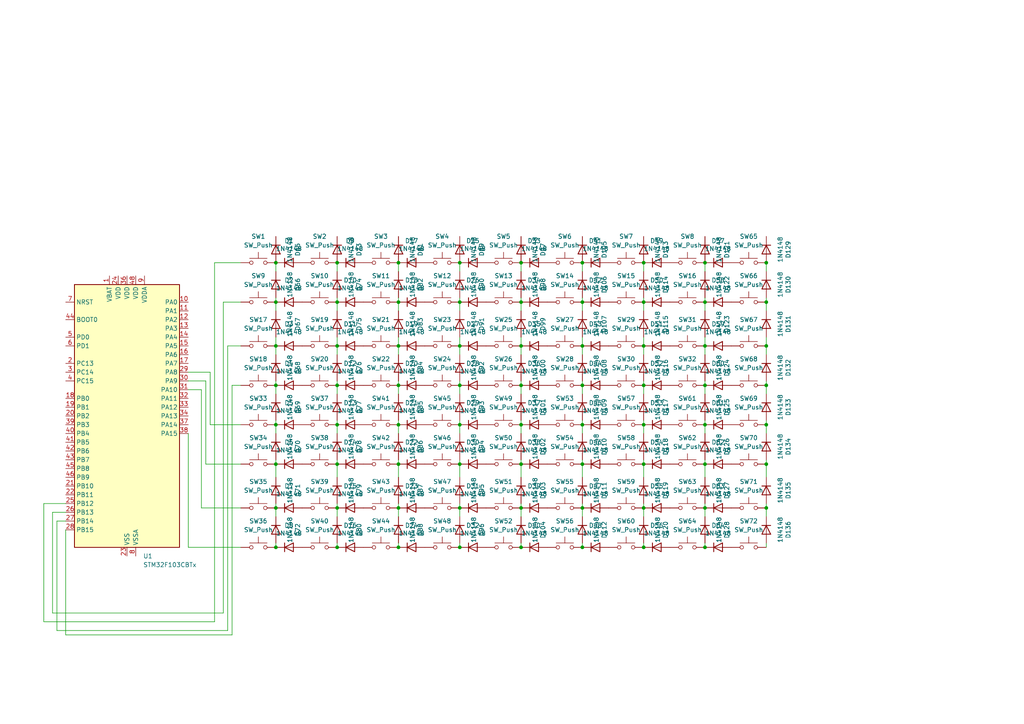
<source format=kicad_sch>
(kicad_sch (version 20250114) (generator "eeschema") (generator_version "9.0")
  (paper "A4")
  (junction (at 80.01 123.19))
  (junction (at 151.13 123.19))
  (junction (at 97.79 134.62))
  (junction (at 168.91 123.19))
  (junction (at 204.47 111.76))
  (junction (at 151.13 111.76))
  (junction (at 168.91 158.75))
  (junction (at 115.57 147.32))
  (junction (at 222.25 100.33))
  (junction (at 222.25 111.76))
  (junction (at 133.35 76.2))
  (junction (at 80.01 158.75))
  (junction (at 133.35 87.63))
  (junction (at 186.69 76.2))
  (junction (at 115.57 100.33))
  (junction (at 151.13 158.75))
  (junction (at 204.47 158.75))
  (junction (at 204.47 147.32))
  (junction (at 115.57 87.63))
  (junction (at 186.69 123.19))
  (junction (at 133.35 158.75))
  (junction (at 115.57 158.75))
  (junction (at 115.57 111.76))
  (junction (at 80.01 147.32))
  (junction (at 151.13 134.62))
  (junction (at 186.69 100.33))
  (junction (at 80.01 100.33))
  (junction (at 133.35 123.19))
  (junction (at 97.79 87.63))
  (junction (at 80.01 134.62))
  (junction (at 186.69 147.32))
  (junction (at 151.13 100.33))
  (junction (at 80.01 76.2))
  (junction (at 168.91 87.63))
  (junction (at 133.35 100.33))
  (junction (at 204.47 123.19))
  (junction (at 222.25 123.19))
  (junction (at 222.25 87.63))
  (junction (at 80.01 111.76))
  (junction (at 186.69 134.62))
  (junction (at 115.57 123.19))
  (junction (at 151.13 76.2))
  (junction (at 186.69 111.76))
  (junction (at 97.79 123.19))
  (junction (at 97.79 158.75))
  (junction (at 133.35 134.62))
  (junction (at 97.79 147.32))
  (junction (at 168.91 147.32))
  (junction (at 204.47 87.63))
  (junction (at 80.01 87.63))
  (junction (at 186.69 158.75))
  (junction (at 151.13 87.63))
  (junction (at 133.35 111.76))
  (junction (at 97.79 76.2))
  (junction (at 115.57 134.62))
  (junction (at 97.79 111.76))
  (junction (at 133.35 147.32))
  (junction (at 168.91 134.62))
  (junction (at 204.47 100.33))
  (junction (at 204.47 76.2))
  (junction (at 222.25 134.62))
  (junction (at 168.91 100.33))
  (junction (at 115.57 76.2))
  (junction (at 204.47 134.62))
  (junction (at 222.25 76.2))
  (junction (at 168.91 111.76))
  (junction (at 151.13 147.32))
  (junction (at 222.25 147.32))
  (junction (at 168.91 76.2))
  (junction (at 97.79 100.33))
  (junction (at 186.69 87.63))
  (wire (pts (xy 222.25 134.62) (xy 222.25 138.43)))
  (wire (pts (xy 58.42 113.03) (xy 58.42 147.32)))
  (wire (pts (xy 115.57 121.92) (xy 115.57 123.19)))
  (wire (pts (xy 80.01 87.63) (xy 80.01 90.17)))
  (wire (pts (xy 186.69 147.32) (xy 186.69 149.86)))
  (wire (pts (xy 115.57 157.48) (xy 115.57 158.75)))
  (wire (pts (xy 115.57 134.62) (xy 115.57 138.43)))
  (wire (pts (xy 97.79 76.2) (xy 97.79 78.74)))
  (wire (pts (xy 66.04 182.88) (xy 66.04 100.33)))
  (wire (pts (xy 186.69 110.49) (xy 186.69 111.76)))
  (wire (pts (xy 204.47 157.48) (xy 204.47 158.75)))
  (wire (pts (xy 151.13 87.63) (xy 151.13 90.17)))
  (wire (pts (xy 204.47 121.92) (xy 204.47 123.19)))
  (wire (pts (xy 186.69 111.76) (xy 186.69 114.3)))
  (wire (pts (xy 97.79 157.48) (xy 97.79 158.75)))
  (wire (pts (xy 204.47 147.32) (xy 204.47 149.86)))
  (wire (pts (xy 168.91 86.36) (xy 168.91 87.63)))
  (wire (pts (xy 97.79 111.76) (xy 97.79 114.3)))
  (wire (pts (xy 80.01 123.19) (xy 80.01 125.73)))
  (wire (pts (xy 168.91 100.33) (xy 168.91 102.87)))
  (wire (pts (xy 19.05 151.13) (xy 16.51 151.13)))
  (wire (pts (xy 204.47 97.79) (xy 204.47 100.33)))
  (wire (pts (xy 186.69 123.19) (xy 186.69 125.73)))
  (wire (pts (xy 151.13 147.32) (xy 151.13 149.86)))
  (wire (pts (xy 115.57 111.76) (xy 115.57 114.3)))
  (wire (pts (xy 204.47 111.76) (xy 204.47 114.3)))
  (wire (pts (xy 151.13 111.76) (xy 151.13 114.3)))
  (wire (pts (xy 204.47 146.05) (xy 204.47 147.32)))
  (wire (pts (xy 168.91 97.79) (xy 168.91 100.33)))
  (wire (pts (xy 60.96 123.19) (xy 69.85 123.19)))
  (wire (pts (xy 97.79 123.19) (xy 97.79 125.73)))
  (wire (pts (xy 133.35 97.79) (xy 133.35 100.33)))
  (wire (pts (xy 54.61 125.73) (xy 54.61 158.75)))
  (wire (pts (xy 168.91 146.05) (xy 168.91 147.32)))
  (wire (pts (xy 133.35 76.2) (xy 133.35 78.74)))
  (wire (pts (xy 151.13 146.05) (xy 151.13 147.32)))
  (wire (pts (xy 222.25 97.79) (xy 222.25 100.33)))
  (wire (pts (xy 186.69 134.62) (xy 186.69 138.43)))
  (wire (pts (xy 97.79 86.36) (xy 97.79 87.63)))
  (wire (pts (xy 16.51 151.13) (xy 16.51 182.88)))
  (wire (pts (xy 168.91 123.19) (xy 168.91 125.73)))
  (wire (pts (xy 168.91 157.48) (xy 168.91 158.75)))
  (wire (pts (xy 97.79 133.35) (xy 97.79 134.62)))
  (wire (pts (xy 62.23 180.34) (xy 62.23 76.2)))
  (wire (pts (xy 80.01 111.76) (xy 80.01 114.3)))
  (wire (pts (xy 222.25 76.2) (xy 222.25 78.74)))
  (wire (pts (xy 62.23 76.2) (xy 69.85 76.2)))
  (wire (pts (xy 151.13 157.48) (xy 151.13 158.75)))
  (wire (pts (xy 67.31 184.15) (xy 67.31 111.76)))
  (wire (pts (xy 64.77 177.8) (xy 64.77 87.63)))
  (wire (pts (xy 80.01 146.05) (xy 80.01 147.32)))
  (wire (pts (xy 133.35 123.19) (xy 133.35 125.73)))
  (wire (pts (xy 168.91 121.92) (xy 168.91 123.19)))
  (wire (pts (xy 204.47 100.33) (xy 204.47 102.87)))
  (wire (pts (xy 115.57 146.05) (xy 115.57 147.32)))
  (wire (pts (xy 133.35 111.76) (xy 133.35 114.3)))
  (wire (pts (xy 222.25 146.05) (xy 222.25 147.32)))
  (wire (pts (xy 115.57 100.33) (xy 115.57 102.87)))
  (wire (pts (xy 80.01 100.33) (xy 80.01 102.87)))
  (wire (pts (xy 12.7 146.05) (xy 12.7 180.34)))
  (wire (pts (xy 115.57 76.2) (xy 115.57 78.74)))
  (wire (pts (xy 97.79 97.79) (xy 97.79 100.33)))
  (wire (pts (xy 186.69 76.2) (xy 186.69 78.74)))
  (wire (pts (xy 204.47 87.63) (xy 204.47 90.17)))
  (wire (pts (xy 133.35 147.32) (xy 133.35 149.86)))
  (wire (pts (xy 204.47 134.62) (xy 204.47 138.43)))
  (wire (pts (xy 80.01 76.2) (xy 80.01 78.74)))
  (wire (pts (xy 222.25 100.33) (xy 222.25 102.87)))
  (wire (pts (xy 168.91 87.63) (xy 168.91 90.17)))
  (wire (pts (xy 133.35 100.33) (xy 133.35 102.87)))
  (wire (pts (xy 151.13 110.49) (xy 151.13 111.76)))
  (wire (pts (xy 222.25 86.36) (xy 222.25 87.63)))
  (wire (pts (xy 151.13 86.36) (xy 151.13 87.63)))
  (wire (pts (xy 15.24 148.59) (xy 15.24 177.8)))
  (wire (pts (xy 133.35 87.63) (xy 133.35 90.17)))
  (wire (pts (xy 133.35 146.05) (xy 133.35 147.32)))
  (wire (pts (xy 204.47 86.36) (xy 204.47 87.63)))
  (wire (pts (xy 133.35 134.62) (xy 133.35 138.43)))
  (wire (pts (xy 186.69 146.05) (xy 186.69 147.32)))
  (wire (pts (xy 222.25 157.48) (xy 222.25 158.75)))
  (wire (pts (xy 168.91 133.35) (xy 168.91 134.62)))
  (wire (pts (xy 222.25 87.63) (xy 222.25 90.17)))
  (wire (pts (xy 204.47 133.35) (xy 204.47 134.62)))
  (wire (pts (xy 186.69 157.48) (xy 186.69 158.75)))
  (wire (pts (xy 186.69 133.35) (xy 186.69 134.62)))
  (wire (pts (xy 222.25 147.32) (xy 222.25 149.86)))
  (wire (pts (xy 133.35 157.48) (xy 133.35 158.75)))
  (wire (pts (xy 80.01 133.35) (xy 80.01 134.62)))
  (wire (pts (xy 115.57 110.49) (xy 115.57 111.76)))
  (wire (pts (xy 186.69 100.33) (xy 186.69 102.87)))
  (wire (pts (xy 115.57 147.32) (xy 115.57 149.86)))
  (wire (pts (xy 151.13 123.19) (xy 151.13 125.73)))
  (wire (pts (xy 19.05 148.59) (xy 15.24 148.59)))
  (wire (pts (xy 80.01 110.49) (xy 80.01 111.76)))
  (wire (pts (xy 97.79 121.92) (xy 97.79 123.19)))
  (wire (pts (xy 115.57 86.36) (xy 115.57 87.63)))
  (wire (pts (xy 67.31 111.76) (xy 69.85 111.76)))
  (wire (pts (xy 54.61 107.95) (xy 60.96 107.95)))
  (wire (pts (xy 59.69 134.62) (xy 69.85 134.62)))
  (wire (pts (xy 168.91 111.76) (xy 168.91 114.3)))
  (wire (pts (xy 97.79 87.63) (xy 97.79 90.17)))
  (wire (pts (xy 19.05 184.15) (xy 67.31 184.15)))
  (wire (pts (xy 186.69 121.92) (xy 186.69 123.19)))
  (wire (pts (xy 168.91 110.49) (xy 168.91 111.76)))
  (wire (pts (xy 151.13 100.33) (xy 151.13 102.87)))
  (wire (pts (xy 97.79 146.05) (xy 97.79 147.32)))
  (wire (pts (xy 80.01 97.79) (xy 80.01 100.33)))
  (wire (pts (xy 97.79 134.62) (xy 97.79 138.43)))
  (wire (pts (xy 16.51 182.88) (xy 66.04 182.88)))
  (wire (pts (xy 58.42 147.32) (xy 69.85 147.32)))
  (wire (pts (xy 204.47 110.49) (xy 204.47 111.76)))
  (wire (pts (xy 222.25 110.49) (xy 222.25 111.76)))
  (wire (pts (xy 115.57 97.79) (xy 115.57 100.33)))
  (wire (pts (xy 115.57 87.63) (xy 115.57 90.17)))
  (wire (pts (xy 80.01 147.32) (xy 80.01 149.86)))
  (wire (pts (xy 80.01 86.36) (xy 80.01 87.63)))
  (wire (pts (xy 54.61 113.03) (xy 58.42 113.03)))
  (wire (pts (xy 19.05 146.05) (xy 12.7 146.05)))
  (wire (pts (xy 168.91 134.62) (xy 168.91 138.43)))
  (wire (pts (xy 54.61 158.75) (xy 69.85 158.75)))
  (wire (pts (xy 97.79 100.33) (xy 97.79 102.87)))
  (wire (pts (xy 151.13 134.62) (xy 151.13 138.43)))
  (wire (pts (xy 222.25 111.76) (xy 222.25 114.3)))
  (wire (pts (xy 97.79 110.49) (xy 97.79 111.76)))
  (wire (pts (xy 19.05 153.67) (xy 19.05 184.15)))
  (wire (pts (xy 186.69 86.36) (xy 186.69 87.63)))
  (wire (pts (xy 133.35 133.35) (xy 133.35 134.62)))
  (wire (pts (xy 15.24 177.8) (xy 64.77 177.8)))
  (wire (pts (xy 12.7 180.34) (xy 62.23 180.34)))
  (wire (pts (xy 60.96 107.95) (xy 60.96 123.19)))
  (wire (pts (xy 80.01 134.62) (xy 80.01 138.43)))
  (wire (pts (xy 186.69 97.79) (xy 186.69 100.33)))
  (wire (pts (xy 151.13 133.35) (xy 151.13 134.62)))
  (wire (pts (xy 133.35 121.92) (xy 133.35 123.19)))
  (wire (pts (xy 80.01 157.48) (xy 80.01 158.75)))
  (wire (pts (xy 133.35 86.36) (xy 133.35 87.63)))
  (wire (pts (xy 115.57 123.19) (xy 115.57 125.73)))
  (wire (pts (xy 54.61 110.49) (xy 59.69 110.49)))
  (wire (pts (xy 59.69 110.49) (xy 59.69 134.62)))
  (wire (pts (xy 204.47 76.2) (xy 204.47 78.74)))
  (wire (pts (xy 168.91 76.2) (xy 168.91 78.74)))
  (wire (pts (xy 115.57 133.35) (xy 115.57 134.62)))
  (wire (pts (xy 222.25 133.35) (xy 222.25 134.62)))
  (wire (pts (xy 151.13 76.2) (xy 151.13 78.74)))
  (wire (pts (xy 133.35 110.49) (xy 133.35 111.76)))
  (wire (pts (xy 97.79 147.32) (xy 97.79 149.86)))
  (wire (pts (xy 151.13 121.92) (xy 151.13 123.19)))
  (wire (pts (xy 151.13 97.79) (xy 151.13 100.33)))
  (wire (pts (xy 80.01 121.92) (xy 80.01 123.19)))
  (wire (pts (xy 186.69 87.63) (xy 186.69 90.17)))
  (wire (pts (xy 64.77 87.63) (xy 69.85 87.63)))
  (wire (pts (xy 222.25 123.19) (xy 222.25 125.73)))
  (wire (pts (xy 222.25 121.92) (xy 222.25 123.19)))
  (wire (pts (xy 204.47 123.19) (xy 204.47 125.73)))
  (wire (pts (xy 66.04 100.33) (xy 69.85 100.33)))
  (wire (pts (xy 168.91 147.32) (xy 168.91 149.86)))
  (symbol (lib_id "Diode:1N4148") (at 172.72 123.19 0) (unit 1)
    (property "Reference" "D45" (at 172.72 116.84 0))
    (property "Value" "1N4148" (at 172.72 119.126 0))
    (property "Footprint" "Diode_THT:D_DO-35_SOD27_P7.62mm_Horizontal" (effects (hide yes)))
    (property "Datasheet" "https://assets.nexperia.com/documents/data-sheet/1N4148_1N4448.pdf" (effects (hide yes)))
    (property "Description" "100V 0.15A standard switching diode, DO-35" (effects (hide yes)))
    (property "Sim.Device" "D" (effects (hide yes)))
    (property "Sim.Pins" "1=K 2=A" (effects (hide yes)))
  )
  (symbol (lib_id "Diode:1N4148") (at 151.13 72.39 270) (unit 1)
    (property "Reference" "D97" (at 157.48 72.39 0))
    (property "Value" "1N4148" (at 155.194 72.39 0))
    (property "Footprint" "Diode_THT:D_DO-35_SOD27_P7.62mm_Horizontal" (effects (hide yes)))
    (property "Datasheet" "https://assets.nexperia.com/documents/data-sheet/1N4148_1N4448.pdf" (effects (hide yes)))
    (property "Description" "100V 0.15A standard switching diode, DO-35" (effects (hide yes)))
    (property "Sim.Device" "D" (effects (hide yes)))
    (property "Sim.Pins" "1=K 2=A" (effects (hide yes)))
  )
  (symbol (lib_id "Switch:SW_Push") (at 110.49 147.32 0) (unit 1)
    (property "Reference" "SW43" (at 110.49 139.7 0))
    (property "Value" "SW_Push" (at 110.49 142.24 0))
    (property "Description" "Push button switch, generic, two pins" (effects (hide yes)))
  )
  (symbol (lib_id "Diode:1N4148") (at 190.5 76.2 0) (unit 1)
    (property "Reference" "D49" (at 190.5 69.85 0))
    (property "Value" "1N4148" (at 190.5 72.136 0))
    (property "Footprint" "Diode_THT:D_DO-35_SOD27_P7.62mm_Horizontal" (effects (hide yes)))
    (property "Datasheet" "https://assets.nexperia.com/documents/data-sheet/1N4148_1N4448.pdf" (effects (hide yes)))
    (property "Description" "100V 0.15A standard switching diode, DO-35" (effects (hide yes)))
    (property "Sim.Device" "D" (effects (hide yes)))
    (property "Sim.Pins" "1=K 2=A" (effects (hide yes)))
  )
  (symbol (lib_id "Switch:SW_Push") (at 217.17 123.19 0) (unit 1)
    (property "Reference" "SW69" (at 217.17 115.57 0))
    (property "Value" "SW_Push" (at 217.17 118.11 0))
    (property "Description" "Push button switch, generic, two pins" (effects (hide yes)))
  )
  (symbol (lib_id "Diode:1N4148") (at 97.79 153.67 270) (unit 1)
    (property "Reference" "D80" (at 104.14 153.67 0))
    (property "Value" "1N4148" (at 101.854 153.67 0))
    (property "Footprint" "Diode_THT:D_DO-35_SOD27_P7.62mm_Horizontal" (effects (hide yes)))
    (property "Datasheet" "https://assets.nexperia.com/documents/data-sheet/1N4148_1N4448.pdf" (effects (hide yes)))
    (property "Description" "100V 0.15A standard switching diode, DO-35" (effects (hide yes)))
    (property "Sim.Device" "D" (effects (hide yes)))
    (property "Sim.Pins" "1=K 2=A" (effects (hide yes)))
  )
  (symbol (lib_id "Diode:1N4148") (at 208.28 87.63 0) (unit 1)
    (property "Reference" "D58" (at 208.28 81.28 0))
    (property "Value" "1N4148" (at 208.28 83.566 0))
    (property "Footprint" "Diode_THT:D_DO-35_SOD27_P7.62mm_Horizontal" (effects (hide yes)))
    (property "Datasheet" "https://assets.nexperia.com/documents/data-sheet/1N4148_1N4448.pdf" (effects (hide yes)))
    (property "Description" "100V 0.15A standard switching diode, DO-35" (effects (hide yes)))
    (property "Sim.Device" "D" (effects (hide yes)))
    (property "Sim.Pins" "1=K 2=A" (effects (hide yes)))
  )
  (symbol (lib_id "Switch:SW_Push") (at 128.27 100.33 0) (unit 1)
    (property "Reference" "SW23" (at 128.27 92.71 0))
    (property "Value" "SW_Push" (at 128.27 95.25 0))
    (property "Description" "Push button switch, generic, two pins" (effects (hide yes)))
  )
  (symbol (lib_id "Diode:1N4148") (at 204.47 153.67 270) (unit 1)
    (property "Reference" "D128" (at 210.82 153.67 0))
    (property "Value" "1N4148" (at 208.534 153.67 0))
    (property "Footprint" "Diode_THT:D_DO-35_SOD27_P7.62mm_Horizontal" (effects (hide yes)))
    (property "Datasheet" "https://assets.nexperia.com/documents/data-sheet/1N4148_1N4448.pdf" (effects (hide yes)))
    (property "Description" "100V 0.15A standard switching diode, DO-35" (effects (hide yes)))
    (property "Sim.Device" "D" (effects (hide yes)))
    (property "Sim.Pins" "1=K 2=A" (effects (hide yes)))
  )
  (symbol (lib_id "Switch:SW_Push") (at 163.83 87.63 0) (unit 1)
    (property "Reference" "SW14" (at 163.83 80.01 0))
    (property "Value" "SW_Push" (at 163.83 82.55 0))
    (property "Description" "Push button switch, generic, two pins" (effects (hide yes)))
  )
  (symbol (lib_id "Diode:1N4148") (at 208.28 147.32 0) (unit 1)
    (property "Reference" "D63" (at 208.28 140.97 0))
    (property "Value" "1N4148" (at 208.28 143.256 0))
    (property "Footprint" "Diode_THT:D_DO-35_SOD27_P7.62mm_Horizontal" (effects (hide yes)))
    (property "Datasheet" "https://assets.nexperia.com/documents/data-sheet/1N4148_1N4448.pdf" (effects (hide yes)))
    (property "Description" "100V 0.15A standard switching diode, DO-35" (effects (hide yes)))
    (property "Sim.Device" "D" (effects (hide yes)))
    (property "Sim.Pins" "1=K 2=A" (effects (hide yes)))
  )
  (symbol (lib_id "Diode:1N4148") (at 137.16 76.2 0) (unit 1)
    (property "Reference" "D25" (at 137.16 69.85 0))
    (property "Value" "1N4148" (at 137.16 72.136 0))
    (property "Footprint" "Diode_THT:D_DO-35_SOD27_P7.62mm_Horizontal" (effects (hide yes)))
    (property "Datasheet" "https://assets.nexperia.com/documents/data-sheet/1N4148_1N4448.pdf" (effects (hide yes)))
    (property "Description" "100V 0.15A standard switching diode, DO-35" (effects (hide yes)))
    (property "Sim.Device" "D" (effects (hide yes)))
    (property "Sim.Pins" "1=K 2=A" (effects (hide yes)))
  )
  (symbol (lib_id "Diode:1N4148") (at 133.35 129.54 270) (unit 1)
    (property "Reference" "D94" (at 139.7 129.54 0))
    (property "Value" "1N4148" (at 137.414 129.54 0))
    (property "Footprint" "Diode_THT:D_DO-35_SOD27_P7.62mm_Horizontal" (effects (hide yes)))
    (property "Datasheet" "https://assets.nexperia.com/documents/data-sheet/1N4148_1N4448.pdf" (effects (hide yes)))
    (property "Description" "100V 0.15A standard switching diode, DO-35" (effects (hide yes)))
    (property "Sim.Device" "D" (effects (hide yes)))
    (property "Sim.Pins" "1=K 2=A" (effects (hide yes)))
  )
  (symbol (lib_id "Diode:1N4148") (at 119.38 76.2 0) (unit 1)
    (property "Reference" "D17" (at 119.38 69.85 0))
    (property "Value" "1N4148" (at 119.38 72.136 0))
    (property "Footprint" "Diode_THT:D_DO-35_SOD27_P7.62mm_Horizontal" (effects (hide yes)))
    (property "Datasheet" "https://assets.nexperia.com/documents/data-sheet/1N4148_1N4448.pdf" (effects (hide yes)))
    (property "Description" "100V 0.15A standard switching diode, DO-35" (effects (hide yes)))
    (property "Sim.Device" "D" (effects (hide yes)))
    (property "Sim.Pins" "1=K 2=A" (effects (hide yes)))
  )
  (symbol (lib_id "Diode:1N4148") (at 190.5 147.32 0) (unit 1)
    (property "Reference" "D55" (at 190.5 140.97 0))
    (property "Value" "1N4148" (at 190.5 143.256 0))
    (property "Footprint" "Diode_THT:D_DO-35_SOD27_P7.62mm_Horizontal" (effects (hide yes)))
    (property "Datasheet" "https://assets.nexperia.com/documents/data-sheet/1N4148_1N4448.pdf" (effects (hide yes)))
    (property "Description" "100V 0.15A standard switching diode, DO-35" (effects (hide yes)))
    (property "Sim.Device" "D" (effects (hide yes)))
    (property "Sim.Pins" "1=K 2=A" (effects (hide yes)))
  )
  (symbol (lib_id "Diode:1N4148") (at 119.38 87.63 0) (unit 1)
    (property "Reference" "D18" (at 119.38 81.28 0))
    (property "Value" "1N4148" (at 119.38 83.566 0))
    (property "Footprint" "Diode_THT:D_DO-35_SOD27_P7.62mm_Horizontal" (effects (hide yes)))
    (property "Datasheet" "https://assets.nexperia.com/documents/data-sheet/1N4148_1N4448.pdf" (effects (hide yes)))
    (property "Description" "100V 0.15A standard switching diode, DO-35" (effects (hide yes)))
    (property "Sim.Device" "D" (effects (hide yes)))
    (property "Sim.Pins" "1=K 2=A" (effects (hide yes)))
  )
  (symbol (lib_id "Diode:1N4148") (at 83.82 76.2 0) (unit 1)
    (property "Reference" "D1" (at 83.82 69.85 0))
    (property "Value" "1N4148" (at 83.82 72.136 0))
    (property "Footprint" "Diode_THT:D_DO-35_SOD27_P7.62mm_Horizontal" (effects (hide yes)))
    (property "Datasheet" "https://assets.nexperia.com/documents/data-sheet/1N4148_1N4448.pdf" (effects (hide yes)))
    (property "Description" "100V 0.15A standard switching diode, DO-35" (effects (hide yes)))
    (property "Sim.Device" "D" (effects (hide yes)))
    (property "Sim.Pins" "1=K 2=A" (effects (hide yes)))
  )
  (symbol (lib_id "Diode:1N4148") (at 80.01 142.24 270) (unit 1)
    (property "Reference" "D71" (at 86.36 142.24 0))
    (property "Value" "1N4148" (at 84.074 142.24 0))
    (property "Footprint" "Diode_THT:D_DO-35_SOD27_P7.62mm_Horizontal" (effects (hide yes)))
    (property "Datasheet" "https://assets.nexperia.com/documents/data-sheet/1N4148_1N4448.pdf" (effects (hide yes)))
    (property "Description" "100V 0.15A standard switching diode, DO-35" (effects (hide yes)))
    (property "Sim.Device" "D" (effects (hide yes)))
    (property "Sim.Pins" "1=K 2=A" (effects (hide yes)))
  )
  (symbol (lib_id "Switch:SW_Push") (at 163.83 147.32 0) (unit 1)
    (property "Reference" "SW55" (at 163.83 139.7 0))
    (property "Value" "SW_Push" (at 163.83 142.24 0))
    (property "Description" "Push button switch, generic, two pins" (effects (hide yes)))
  )
  (symbol (lib_id "Diode:1N4148") (at 97.79 93.98 270) (unit 1)
    (property "Reference" "D75" (at 104.14 93.98 0))
    (property "Value" "1N4148" (at 101.854 93.98 0))
    (property "Footprint" "Diode_THT:D_DO-35_SOD27_P7.62mm_Horizontal" (effects (hide yes)))
    (property "Datasheet" "https://assets.nexperia.com/documents/data-sheet/1N4148_1N4448.pdf" (effects (hide yes)))
    (property "Description" "100V 0.15A standard switching diode, DO-35" (effects (hide yes)))
    (property "Sim.Device" "D" (effects (hide yes)))
    (property "Sim.Pins" "1=K 2=A" (effects (hide yes)))
  )
  (symbol (lib_id "Diode:1N4148") (at 222.25 142.24 270) (unit 1)
    (property "Reference" "D135" (at 228.6 142.24 0))
    (property "Value" "1N4148" (at 226.314 142.24 0))
    (property "Footprint" "Diode_THT:D_DO-35_SOD27_P7.62mm_Horizontal" (effects (hide yes)))
    (property "Datasheet" "https://assets.nexperia.com/documents/data-sheet/1N4148_1N4448.pdf" (effects (hide yes)))
    (property "Description" "100V 0.15A standard switching diode, DO-35" (effects (hide yes)))
    (property "Sim.Device" "D" (effects (hide yes)))
    (property "Sim.Pins" "1=K 2=A" (effects (hide yes)))
  )
  (symbol (lib_id "Switch:SW_Push") (at 181.61 134.62 0) (unit 1)
    (property "Reference" "SW58" (at 181.61 127 0))
    (property "Value" "SW_Push" (at 181.61 129.54 0))
    (property "Description" "Push button switch, generic, two pins" (effects (hide yes)))
  )
  (symbol (lib_id "Switch:SW_Push") (at 92.71 147.32 0) (unit 1)
    (property "Reference" "SW39" (at 92.71 139.7 0))
    (property "Value" "SW_Push" (at 92.71 142.24 0))
    (property "Description" "Push button switch, generic, two pins" (effects (hide yes)))
  )
  (symbol (lib_id "Diode:1N4148") (at 97.79 129.54 270) (unit 1)
    (property "Reference" "D78" (at 104.14 129.54 0))
    (property "Value" "1N4148" (at 101.854 129.54 0))
    (property "Footprint" "Diode_THT:D_DO-35_SOD27_P7.62mm_Horizontal" (effects (hide yes)))
    (property "Datasheet" "https://assets.nexperia.com/documents/data-sheet/1N4148_1N4448.pdf" (effects (hide yes)))
    (property "Description" "100V 0.15A standard switching diode, DO-35" (effects (hide yes)))
    (property "Sim.Device" "D" (effects (hide yes)))
    (property "Sim.Pins" "1=K 2=A" (effects (hide yes)))
  )
  (symbol (lib_id "Diode:1N4148") (at 186.69 142.24 270) (unit 1)
    (property "Reference" "D119" (at 193.04 142.24 0))
    (property "Value" "1N4148" (at 190.754 142.24 0))
    (property "Footprint" "Diode_THT:D_DO-35_SOD27_P7.62mm_Horizontal" (effects (hide yes)))
    (property "Datasheet" "https://assets.nexperia.com/documents/data-sheet/1N4148_1N4448.pdf" (effects (hide yes)))
    (property "Description" "100V 0.15A standard switching diode, DO-35" (effects (hide yes)))
    (property "Sim.Device" "D" (effects (hide yes)))
    (property "Sim.Pins" "1=K 2=A" (effects (hide yes)))
  )
  (symbol (lib_id "Switch:SW_Push") (at 146.05 134.62 0) (unit 1)
    (property "Reference" "SW50" (at 146.05 127 0))
    (property "Value" "SW_Push" (at 146.05 129.54 0))
    (property "Description" "Push button switch, generic, two pins" (effects (hide yes)))
  )
  (symbol (lib_id "Diode:1N4148") (at 186.69 129.54 270) (unit 1)
    (property "Reference" "D118" (at 193.04 129.54 0))
    (property "Value" "1N4148" (at 190.754 129.54 0))
    (property "Footprint" "Diode_THT:D_DO-35_SOD27_P7.62mm_Horizontal" (effects (hide yes)))
    (property "Datasheet" "https://assets.nexperia.com/documents/data-sheet/1N4148_1N4448.pdf" (effects (hide yes)))
    (property "Description" "100V 0.15A standard switching diode, DO-35" (effects (hide yes)))
    (property "Sim.Device" "D" (effects (hide yes)))
    (property "Sim.Pins" "1=K 2=A" (effects (hide yes)))
  )
  (symbol (lib_id "Diode:1N4148") (at 172.72 87.63 0) (unit 1)
    (property "Reference" "D42" (at 172.72 81.28 0))
    (property "Value" "1N4148" (at 172.72 83.566 0))
    (property "Footprint" "Diode_THT:D_DO-35_SOD27_P7.62mm_Horizontal" (effects (hide yes)))
    (property "Datasheet" "https://assets.nexperia.com/documents/data-sheet/1N4148_1N4448.pdf" (effects (hide yes)))
    (property "Description" "100V 0.15A standard switching diode, DO-35" (effects (hide yes)))
    (property "Sim.Device" "D" (effects (hide yes)))
    (property "Sim.Pins" "1=K 2=A" (effects (hide yes)))
  )
  (symbol (lib_id "Switch:SW_Push") (at 110.49 111.76 0) (unit 1)
    (property "Reference" "SW22" (at 110.49 104.14 0))
    (property "Value" "SW_Push" (at 110.49 106.68 0))
    (property "Description" "Push button switch, generic, two pins" (effects (hide yes)))
  )
  (symbol (lib_id "Diode:1N4148") (at 168.91 93.98 270) (unit 1)
    (property "Reference" "D107" (at 175.26 93.98 0))
    (property "Value" "1N4148" (at 172.974 93.98 0))
    (property "Footprint" "Diode_THT:D_DO-35_SOD27_P7.62mm_Horizontal" (effects (hide yes)))
    (property "Datasheet" "https://assets.nexperia.com/documents/data-sheet/1N4148_1N4448.pdf" (effects (hide yes)))
    (property "Description" "100V 0.15A standard switching diode, DO-35" (effects (hide yes)))
    (property "Sim.Device" "D" (effects (hide yes)))
    (property "Sim.Pins" "1=K 2=A" (effects (hide yes)))
  )
  (symbol (lib_id "Diode:1N4148") (at 119.38 123.19 0) (unit 1)
    (property "Reference" "D21" (at 119.38 116.84 0))
    (property "Value" "1N4148" (at 119.38 119.126 0))
    (property "Footprint" "Diode_THT:D_DO-35_SOD27_P7.62mm_Horizontal" (effects (hide yes)))
    (property "Datasheet" "https://assets.nexperia.com/documents/data-sheet/1N4148_1N4448.pdf" (effects (hide yes)))
    (property "Description" "100V 0.15A standard switching diode, DO-35" (effects (hide yes)))
    (property "Sim.Device" "D" (effects (hide yes)))
    (property "Sim.Pins" "1=K 2=A" (effects (hide yes)))
  )
  (symbol (lib_id "Diode:1N4148") (at 172.72 76.2 0) (unit 1)
    (property "Reference" "D41" (at 172.72 69.85 0))
    (property "Value" "1N4148" (at 172.72 72.136 0))
    (property "Footprint" "Diode_THT:D_DO-35_SOD27_P7.62mm_Horizontal" (effects (hide yes)))
    (property "Datasheet" "https://assets.nexperia.com/documents/data-sheet/1N4148_1N4448.pdf" (effects (hide yes)))
    (property "Description" "100V 0.15A standard switching diode, DO-35" (effects (hide yes)))
    (property "Sim.Device" "D" (effects (hide yes)))
    (property "Sim.Pins" "1=K 2=A" (effects (hide yes)))
  )
  (symbol (lib_id "Switch:SW_Push") (at 110.49 134.62 0) (unit 1)
    (property "Reference" "SW42" (at 110.49 127 0))
    (property "Value" "SW_Push" (at 110.49 129.54 0))
    (property "Description" "Push button switch, generic, two pins" (effects (hide yes)))
  )
  (symbol (lib_id "Switch:SW_Push") (at 74.93 76.2 0) (unit 1)
    (property "Reference" "SW1" (at 74.93 68.58 0))
    (property "Value" "SW_Push" (at 74.93 71.12 0))
    (property "Description" "Push button switch, generic, two pins" (effects (hide yes)))
  )
  (symbol (lib_id "Switch:SW_Push") (at 110.49 123.19 0) (unit 1)
    (property "Reference" "SW41" (at 110.49 115.57 0))
    (property "Value" "SW_Push" (at 110.49 118.11 0))
    (property "Description" "Push button switch, generic, two pins" (effects (hide yes)))
  )
  (symbol (lib_id "Diode:1N4148") (at 190.5 111.76 0) (unit 1)
    (property "Reference" "D52" (at 190.5 105.41 0))
    (property "Value" "1N4148" (at 190.5 107.696 0))
    (property "Footprint" "Diode_THT:D_DO-35_SOD27_P7.62mm_Horizontal" (effects (hide yes)))
    (property "Datasheet" "https://assets.nexperia.com/documents/data-sheet/1N4148_1N4448.pdf" (effects (hide yes)))
    (property "Description" "100V 0.15A standard switching diode, DO-35" (effects (hide yes)))
    (property "Sim.Device" "D" (effects (hide yes)))
    (property "Sim.Pins" "1=K 2=A" (effects (hide yes)))
  )
  (symbol (lib_id "Diode:1N4148") (at 168.91 129.54 270) (unit 1)
    (property "Reference" "D110" (at 175.26 129.54 0))
    (property "Value" "1N4148" (at 172.974 129.54 0))
    (property "Footprint" "Diode_THT:D_DO-35_SOD27_P7.62mm_Horizontal" (effects (hide yes)))
    (property "Datasheet" "https://assets.nexperia.com/documents/data-sheet/1N4148_1N4448.pdf" (effects (hide yes)))
    (property "Description" "100V 0.15A standard switching diode, DO-35" (effects (hide yes)))
    (property "Sim.Device" "D" (effects (hide yes)))
    (property "Sim.Pins" "1=K 2=A" (effects (hide yes)))
  )
  (symbol (lib_id "Diode:1N4148") (at 154.94 158.75 0) (unit 1)
    (property "Reference" "D40" (at 154.94 152.4 0))
    (property "Value" "1N4148" (at 154.94 154.686 0))
    (property "Footprint" "Diode_THT:D_DO-35_SOD27_P7.62mm_Horizontal" (effects (hide yes)))
    (property "Datasheet" "https://assets.nexperia.com/documents/data-sheet/1N4148_1N4448.pdf" (effects (hide yes)))
    (property "Description" "100V 0.15A standard switching diode, DO-35" (effects (hide yes)))
    (property "Sim.Device" "D" (effects (hide yes)))
    (property "Sim.Pins" "1=K 2=A" (effects (hide yes)))
  )
  (symbol (lib_id "Diode:1N4148") (at 101.6 111.76 0) (unit 1)
    (property "Reference" "D12" (at 101.6 105.41 0))
    (property "Value" "1N4148" (at 101.6 107.696 0))
    (property "Footprint" "Diode_THT:D_DO-35_SOD27_P7.62mm_Horizontal" (effects (hide yes)))
    (property "Datasheet" "https://assets.nexperia.com/documents/data-sheet/1N4148_1N4448.pdf" (effects (hide yes)))
    (property "Description" "100V 0.15A standard switching diode, DO-35" (effects (hide yes)))
    (property "Sim.Device" "D" (effects (hide yes)))
    (property "Sim.Pins" "1=K 2=A" (effects (hide yes)))
  )
  (symbol (lib_id "Diode:1N4148") (at 151.13 106.68 270) (unit 1)
    (property "Reference" "D100" (at 157.48 106.68 0))
    (property "Value" "1N4148" (at 155.194 106.68 0))
    (property "Footprint" "Diode_THT:D_DO-35_SOD27_P7.62mm_Horizontal" (effects (hide yes)))
    (property "Datasheet" "https://assets.nexperia.com/documents/data-sheet/1N4148_1N4448.pdf" (effects (hide yes)))
    (property "Description" "100V 0.15A standard switching diode, DO-35" (effects (hide yes)))
    (property "Sim.Device" "D" (effects (hide yes)))
    (property "Sim.Pins" "1=K 2=A" (effects (hide yes)))
  )
  (symbol (lib_id "Diode:1N4148") (at 97.79 106.68 270) (unit 1)
    (property "Reference" "D76" (at 104.14 106.68 0))
    (property "Value" "1N4148" (at 101.854 106.68 0))
    (property "Footprint" "Diode_THT:D_DO-35_SOD27_P7.62mm_Horizontal" (effects (hide yes)))
    (property "Datasheet" "https://assets.nexperia.com/documents/data-sheet/1N4148_1N4448.pdf" (effects (hide yes)))
    (property "Description" "100V 0.15A standard switching diode, DO-35" (effects (hide yes)))
    (property "Sim.Device" "D" (effects (hide yes)))
    (property "Sim.Pins" "1=K 2=A" (effects (hide yes)))
  )
  (symbol (lib_id "Diode:1N4148") (at 204.47 93.98 270) (unit 1)
    (property "Reference" "D123" (at 210.82 93.98 0))
    (property "Value" "1N4148" (at 208.534 93.98 0))
    (property "Footprint" "Diode_THT:D_DO-35_SOD27_P7.62mm_Horizontal" (effects (hide yes)))
    (property "Datasheet" "https://assets.nexperia.com/documents/data-sheet/1N4148_1N4448.pdf" (effects (hide yes)))
    (property "Description" "100V 0.15A standard switching diode, DO-35" (effects (hide yes)))
    (property "Sim.Device" "D" (effects (hide yes)))
    (property "Sim.Pins" "1=K 2=A" (effects (hide yes)))
  )
  (symbol (lib_id "Diode:1N4148") (at 101.6 134.62 0) (unit 1)
    (property "Reference" "D14" (at 101.6 128.27 0))
    (property "Value" "1N4148" (at 101.6 130.556 0))
    (property "Footprint" "Diode_THT:D_DO-35_SOD27_P7.62mm_Horizontal" (effects (hide yes)))
    (property "Datasheet" "https://assets.nexperia.com/documents/data-sheet/1N4148_1N4448.pdf" (effects (hide yes)))
    (property "Description" "100V 0.15A standard switching diode, DO-35" (effects (hide yes)))
    (property "Sim.Device" "D" (effects (hide yes)))
    (property "Sim.Pins" "1=K 2=A" (effects (hide yes)))
  )
  (symbol (lib_id "Diode:1N4148") (at 151.13 93.98 270) (unit 1)
    (property "Reference" "D99" (at 157.48 93.98 0))
    (property "Value" "1N4148" (at 155.194 93.98 0))
    (property "Footprint" "Diode_THT:D_DO-35_SOD27_P7.62mm_Horizontal" (effects (hide yes)))
    (property "Datasheet" "https://assets.nexperia.com/documents/data-sheet/1N4148_1N4448.pdf" (effects (hide yes)))
    (property "Description" "100V 0.15A standard switching diode, DO-35" (effects (hide yes)))
    (property "Sim.Device" "D" (effects (hide yes)))
    (property "Sim.Pins" "1=K 2=A" (effects (hide yes)))
  )
  (symbol (lib_id "Diode:1N4148") (at 119.38 111.76 0) (unit 1)
    (property "Reference" "D20" (at 119.38 105.41 0))
    (property "Value" "1N4148" (at 119.38 107.696 0))
    (property "Footprint" "Diode_THT:D_DO-35_SOD27_P7.62mm_Horizontal" (effects (hide yes)))
    (property "Datasheet" "https://assets.nexperia.com/documents/data-sheet/1N4148_1N4448.pdf" (effects (hide yes)))
    (property "Description" "100V 0.15A standard switching diode, DO-35" (effects (hide yes)))
    (property "Sim.Device" "D" (effects (hide yes)))
    (property "Sim.Pins" "1=K 2=A" (effects (hide yes)))
  )
  (symbol (lib_id "Diode:1N4148") (at 222.25 72.39 270) (unit 1)
    (property "Reference" "D129" (at 228.6 72.39 0))
    (property "Value" "1N4148" (at 226.314 72.39 0))
    (property "Footprint" "Diode_THT:D_DO-35_SOD27_P7.62mm_Horizontal" (effects (hide yes)))
    (property "Datasheet" "https://assets.nexperia.com/documents/data-sheet/1N4148_1N4448.pdf" (effects (hide yes)))
    (property "Description" "100V 0.15A standard switching diode, DO-35" (effects (hide yes)))
    (property "Sim.Device" "D" (effects (hide yes)))
    (property "Sim.Pins" "1=K 2=A" (effects (hide yes)))
  )
  (symbol (lib_id "Switch:SW_Push") (at 199.39 147.32 0) (unit 1)
    (property "Reference" "SW63" (at 199.39 139.7 0))
    (property "Value" "SW_Push" (at 199.39 142.24 0))
    (property "Description" "Push button switch, generic, two pins" (effects (hide yes)))
  )
  (symbol (lib_id "Diode:1N4148") (at 186.69 72.39 270) (unit 1)
    (property "Reference" "D113" (at 193.04 72.39 0))
    (property "Value" "1N4148" (at 190.754 72.39 0))
    (property "Footprint" "Diode_THT:D_DO-35_SOD27_P7.62mm_Horizontal" (effects (hide yes)))
    (property "Datasheet" "https://assets.nexperia.com/documents/data-sheet/1N4148_1N4448.pdf" (effects (hide yes)))
    (property "Description" "100V 0.15A standard switching diode, DO-35" (effects (hide yes)))
    (property "Sim.Device" "D" (effects (hide yes)))
    (property "Sim.Pins" "1=K 2=A" (effects (hide yes)))
  )
  (symbol (lib_id "Diode:1N4148") (at 101.6 158.75 0) (unit 1)
    (property "Reference" "D16" (at 101.6 152.4 0))
    (property "Value" "1N4148" (at 101.6 154.686 0))
    (property "Footprint" "Diode_THT:D_DO-35_SOD27_P7.62mm_Horizontal" (effects (hide yes)))
    (property "Datasheet" "https://assets.nexperia.com/documents/data-sheet/1N4148_1N4448.pdf" (effects (hide yes)))
    (property "Description" "100V 0.15A standard switching diode, DO-35" (effects (hide yes)))
    (property "Sim.Device" "D" (effects (hide yes)))
    (property "Sim.Pins" "1=K 2=A" (effects (hide yes)))
  )
  (symbol (lib_id "Diode:1N4148") (at 204.47 118.11 270) (unit 1)
    (property "Reference" "D125" (at 210.82 118.11 0))
    (property "Value" "1N4148" (at 208.534 118.11 0))
    (property "Footprint" "Diode_THT:D_DO-35_SOD27_P7.62mm_Horizontal" (effects (hide yes)))
    (property "Datasheet" "https://assets.nexperia.com/documents/data-sheet/1N4148_1N4448.pdf" (effects (hide yes)))
    (property "Description" "100V 0.15A standard switching diode, DO-35" (effects (hide yes)))
    (property "Sim.Device" "D" (effects (hide yes)))
    (property "Sim.Pins" "1=K 2=A" (effects (hide yes)))
  )
  (symbol (lib_id "Diode:1N4148") (at 154.94 123.19 0) (unit 1)
    (property "Reference" "D37" (at 154.94 116.84 0))
    (property "Value" "1N4148" (at 154.94 119.126 0))
    (property "Footprint" "Diode_THT:D_DO-35_SOD27_P7.62mm_Horizontal" (effects (hide yes)))
    (property "Datasheet" "https://assets.nexperia.com/documents/data-sheet/1N4148_1N4448.pdf" (effects (hide yes)))
    (property "Description" "100V 0.15A standard switching diode, DO-35" (effects (hide yes)))
    (property "Sim.Device" "D" (effects (hide yes)))
    (property "Sim.Pins" "1=K 2=A" (effects (hide yes)))
  )
  (symbol (lib_id "Switch:SW_Push") (at 146.05 158.75 0) (unit 1)
    (property "Reference" "SW52" (at 146.05 151.13 0))
    (property "Value" "SW_Push" (at 146.05 153.67 0))
    (property "Description" "Push button switch, generic, two pins" (effects (hide yes)))
  )
  (symbol (lib_id "Diode:1N4148") (at 204.47 72.39 270) (unit 1)
    (property "Reference" "D121" (at 210.82 72.39 0))
    (property "Value" "1N4148" (at 208.534 72.39 0))
    (property "Footprint" "Diode_THT:D_DO-35_SOD27_P7.62mm_Horizontal" (effects (hide yes)))
    (property "Datasheet" "https://assets.nexperia.com/documents/data-sheet/1N4148_1N4448.pdf" (effects (hide yes)))
    (property "Description" "100V 0.15A standard switching diode, DO-35" (effects (hide yes)))
    (property "Sim.Device" "D" (effects (hide yes)))
    (property "Sim.Pins" "1=K 2=A" (effects (hide yes)))
  )
  (symbol (lib_id "Diode:1N4148") (at 83.82 100.33 0) (unit 1)
    (property "Reference" "D3" (at 83.82 93.98 0))
    (property "Value" "1N4148" (at 83.82 96.266 0))
    (property "Footprint" "Diode_THT:D_DO-35_SOD27_P7.62mm_Horizontal" (effects (hide yes)))
    (property "Datasheet" "https://assets.nexperia.com/documents/data-sheet/1N4148_1N4448.pdf" (effects (hide yes)))
    (property "Description" "100V 0.15A standard switching diode, DO-35" (effects (hide yes)))
    (property "Sim.Device" "D" (effects (hide yes)))
    (property "Sim.Pins" "1=K 2=A" (effects (hide yes)))
  )
  (symbol (lib_id "Switch:SW_Push") (at 74.93 111.76 0) (unit 1)
    (property "Reference" "SW18" (at 74.93 104.14 0))
    (property "Value" "SW_Push" (at 74.93 106.68 0))
    (property "Description" "Push button switch, generic, two pins" (effects (hide yes)))
  )
  (symbol (lib_id "Switch:SW_Push") (at 217.17 87.63 0) (unit 1)
    (property "Reference" "SW66" (at 217.17 80.01 0))
    (property "Value" "SW_Push" (at 217.17 82.55 0))
    (property "Description" "Push button switch, generic, two pins" (effects (hide yes)))
  )
  (symbol (lib_id "Switch:SW_Push") (at 217.17 111.76 0) (unit 1)
    (property "Reference" "SW68" (at 217.17 104.14 0))
    (property "Value" "SW_Push" (at 217.17 106.68 0))
    (property "Description" "Push button switch, generic, two pins" (effects (hide yes)))
  )
  (symbol (lib_id "Switch:SW_Push") (at 128.27 158.75 0) (unit 1)
    (property "Reference" "SW48" (at 128.27 151.13 0))
    (property "Value" "SW_Push" (at 128.27 153.67 0))
    (property "Description" "Push button switch, generic, two pins" (effects (hide yes)))
  )
  (symbol (lib_id "Diode:1N4148") (at 151.13 142.24 270) (unit 1)
    (property "Reference" "D103" (at 157.48 142.24 0))
    (property "Value" "1N4148" (at 155.194 142.24 0))
    (property "Footprint" "Diode_THT:D_DO-35_SOD27_P7.62mm_Horizontal" (effects (hide yes)))
    (property "Datasheet" "https://assets.nexperia.com/documents/data-sheet/1N4148_1N4448.pdf" (effects (hide yes)))
    (property "Description" "100V 0.15A standard switching diode, DO-35" (effects (hide yes)))
    (property "Sim.Device" "D" (effects (hide yes)))
    (property "Sim.Pins" "1=K 2=A" (effects (hide yes)))
  )
  (symbol (lib_id "Switch:SW_Push") (at 92.71 100.33 0) (unit 1)
    (property "Reference" "SW19" (at 92.71 92.71 0))
    (property "Value" "SW_Push" (at 92.71 95.25 0))
    (property "Description" "Push button switch, generic, two pins" (effects (hide yes)))
  )
  (symbol (lib_id "Diode:1N4148") (at 115.57 153.67 270) (unit 1)
    (property "Reference" "D88" (at 121.92 153.67 0))
    (property "Value" "1N4148" (at 119.634 153.67 0))
    (property "Footprint" "Diode_THT:D_DO-35_SOD27_P7.62mm_Horizontal" (effects (hide yes)))
    (property "Datasheet" "https://assets.nexperia.com/documents/data-sheet/1N4148_1N4448.pdf" (effects (hide yes)))
    (property "Description" "100V 0.15A standard switching diode, DO-35" (effects (hide yes)))
    (property "Sim.Device" "D" (effects (hide yes)))
    (property "Sim.Pins" "1=K 2=A" (effects (hide yes)))
  )
  (symbol (lib_id "Switch:SW_Push") (at 163.83 111.76 0) (unit 1)
    (property "Reference" "SW28" (at 163.83 104.14 0))
    (property "Value" "SW_Push" (at 163.83 106.68 0))
    (property "Description" "Push button switch, generic, two pins" (effects (hide yes)))
  )
  (symbol (lib_id "MCU_ST_STM32F1:STM32F103CBTx") (at 36.83 120.65 0) (unit 1)
    (property "Reference" "U1" (at 41.5133 161.29 0) (effects (justify left)))
    (property "Value" "STM32F103CBTx" (at 41.5133 163.83 0) (effects (justify left)))
    (property "Footprint" "Package_QFP:LQFP-48_7x7mm_P0.5mm" (effects (hide yes)))
    (property "Datasheet" "https://www.st.com/resource/en/datasheet/stm32f103cb.pdf" (effects (hide yes)))
    (property "Description" "STMicroelectronics Arm Cortex-M3 MCU, 128KB flash, 20KB RAM, 72 MHz, 2.0-3.6V, 37 GPIO, LQFP48" (effects (hide yes)))
  )
  (symbol (lib_id "Switch:SW_Push") (at 128.27 76.2 0) (unit 1)
    (property "Reference" "SW4" (at 128.27 68.58 0))
    (property "Value" "SW_Push" (at 128.27 71.12 0))
    (property "Description" "Push button switch, generic, two pins" (effects (hide yes)))
  )
  (symbol (lib_id "Diode:1N4148") (at 168.91 82.55 270) (unit 1)
    (property "Reference" "D106" (at 175.26 82.55 0))
    (property "Value" "1N4148" (at 172.974 82.55 0))
    (property "Footprint" "Diode_THT:D_DO-35_SOD27_P7.62mm_Horizontal" (effects (hide yes)))
    (property "Datasheet" "https://assets.nexperia.com/documents/data-sheet/1N4148_1N4448.pdf" (effects (hide yes)))
    (property "Description" "100V 0.15A standard switching diode, DO-35" (effects (hide yes)))
    (property "Sim.Device" "D" (effects (hide yes)))
    (property "Sim.Pins" "1=K 2=A" (effects (hide yes)))
  )
  (symbol (lib_id "Switch:SW_Push") (at 199.39 111.76 0) (unit 1)
    (property "Reference" "SW32" (at 199.39 104.14 0))
    (property "Value" "SW_Push" (at 199.39 106.68 0))
    (property "Description" "Push button switch, generic, two pins" (effects (hide yes)))
  )
  (symbol (lib_id "Diode:1N4148") (at 133.35 72.39 270) (unit 1)
    (property "Reference" "D89" (at 139.7 72.39 0))
    (property "Value" "1N4148" (at 137.414 72.39 0))
    (property "Footprint" "Diode_THT:D_DO-35_SOD27_P7.62mm_Horizontal" (effects (hide yes)))
    (property "Datasheet" "https://assets.nexperia.com/documents/data-sheet/1N4148_1N4448.pdf" (effects (hide yes)))
    (property "Description" "100V 0.15A standard switching diode, DO-35" (effects (hide yes)))
    (property "Sim.Device" "D" (effects (hide yes)))
    (property "Sim.Pins" "1=K 2=A" (effects (hide yes)))
  )
  (symbol (lib_id "Switch:SW_Push") (at 199.39 134.62 0) (unit 1)
    (property "Reference" "SW62" (at 199.39 127 0))
    (property "Value" "SW_Push" (at 199.39 129.54 0))
    (property "Description" "Push button switch, generic, two pins" (effects (hide yes)))
  )
  (symbol (lib_id "Diode:1N4148") (at 208.28 111.76 0) (unit 1)
    (property "Reference" "D60" (at 208.28 105.41 0))
    (property "Value" "1N4148" (at 208.28 107.696 0))
    (property "Footprint" "Diode_THT:D_DO-35_SOD27_P7.62mm_Horizontal" (effects (hide yes)))
    (property "Datasheet" "https://assets.nexperia.com/documents/data-sheet/1N4148_1N4448.pdf" (effects (hide yes)))
    (property "Description" "100V 0.15A standard switching diode, DO-35" (effects (hide yes)))
    (property "Sim.Device" "D" (effects (hide yes)))
    (property "Sim.Pins" "1=K 2=A" (effects (hide yes)))
  )
  (symbol (lib_id "Switch:SW_Push") (at 110.49 100.33 0) (unit 1)
    (property "Reference" "SW21" (at 110.49 92.71 0))
    (property "Value" "SW_Push" (at 110.49 95.25 0))
    (property "Description" "Push button switch, generic, two pins" (effects (hide yes)))
  )
  (symbol (lib_id "Switch:SW_Push") (at 217.17 100.33 0) (unit 1)
    (property "Reference" "SW67" (at 217.17 92.71 0))
    (property "Value" "SW_Push" (at 217.17 95.25 0))
    (property "Description" "Push button switch, generic, two pins" (effects (hide yes)))
  )
  (symbol (lib_id "Diode:1N4148") (at 190.5 158.75 0) (unit 1)
    (property "Reference" "D56" (at 190.5 152.4 0))
    (property "Value" "1N4148" (at 190.5 154.686 0))
    (property "Footprint" "Diode_THT:D_DO-35_SOD27_P7.62mm_Horizontal" (effects (hide yes)))
    (property "Datasheet" "https://assets.nexperia.com/documents/data-sheet/1N4148_1N4448.pdf" (effects (hide yes)))
    (property "Description" "100V 0.15A standard switching diode, DO-35" (effects (hide yes)))
    (property "Sim.Device" "D" (effects (hide yes)))
    (property "Sim.Pins" "1=K 2=A" (effects (hide yes)))
  )
  (symbol (lib_id "Diode:1N4148") (at 186.69 106.68 270) (unit 1)
    (property "Reference" "D116" (at 193.04 106.68 0))
    (property "Value" "1N4148" (at 190.754 106.68 0))
    (property "Footprint" "Diode_THT:D_DO-35_SOD27_P7.62mm_Horizontal" (effects (hide yes)))
    (property "Datasheet" "https://assets.nexperia.com/documents/data-sheet/1N4148_1N4448.pdf" (effects (hide yes)))
    (property "Description" "100V 0.15A standard switching diode, DO-35" (effects (hide yes)))
    (property "Sim.Device" "D" (effects (hide yes)))
    (property "Sim.Pins" "1=K 2=A" (effects (hide yes)))
  )
  (symbol (lib_id "Diode:1N4148") (at 222.25 118.11 270) (unit 1)
    (property "Reference" "D133" (at 228.6 118.11 0))
    (property "Value" "1N4148" (at 226.314 118.11 0))
    (property "Footprint" "Diode_THT:D_DO-35_SOD27_P7.62mm_Horizontal" (effects (hide yes)))
    (property "Datasheet" "https://assets.nexperia.com/documents/data-sheet/1N4148_1N4448.pdf" (effects (hide yes)))
    (property "Description" "100V 0.15A standard switching diode, DO-35" (effects (hide yes)))
    (property "Sim.Device" "D" (effects (hide yes)))
    (property "Sim.Pins" "1=K 2=A" (effects (hide yes)))
  )
  (symbol (lib_id "Switch:SW_Push") (at 217.17 147.32 0) (unit 1)
    (property "Reference" "SW71" (at 217.17 139.7 0))
    (property "Value" "SW_Push" (at 217.17 142.24 0))
    (property "Description" "Push button switch, generic, two pins" (effects (hide yes)))
  )
  (symbol (lib_id "Diode:1N4148") (at 133.35 82.55 270) (unit 1)
    (property "Reference" "D90" (at 139.7 82.55 0))
    (property "Value" "1N4148" (at 137.414 82.55 0))
    (property "Footprint" "Diode_THT:D_DO-35_SOD27_P7.62mm_Horizontal" (effects (hide yes)))
    (property "Datasheet" "https://assets.nexperia.com/documents/data-sheet/1N4148_1N4448.pdf" (effects (hide yes)))
    (property "Description" "100V 0.15A standard switching diode, DO-35" (effects (hide yes)))
    (property "Sim.Device" "D" (effects (hide yes)))
    (property "Sim.Pins" "1=K 2=A" (effects (hide yes)))
  )
  (symbol (lib_id "Diode:1N4148") (at 80.01 106.68 270) (unit 1)
    (property "Reference" "D68" (at 86.36 106.68 0))
    (property "Value" "1N4148" (at 84.074 106.68 0))
    (property "Footprint" "Diode_THT:D_DO-35_SOD27_P7.62mm_Horizontal" (effects (hide yes)))
    (property "Datasheet" "https://assets.nexperia.com/documents/data-sheet/1N4148_1N4448.pdf" (effects (hide yes)))
    (property "Description" "100V 0.15A standard switching diode, DO-35" (effects (hide yes)))
    (property "Sim.Device" "D" (effects (hide yes)))
    (property "Sim.Pins" "1=K 2=A" (effects (hide yes)))
  )
  (symbol (lib_id "Diode:1N4148") (at 137.16 123.19 0) (unit 1)
    (property "Reference" "D29" (at 137.16 116.84 0))
    (property "Value" "1N4148" (at 137.16 119.126 0))
    (property "Footprint" "Diode_THT:D_DO-35_SOD27_P7.62mm_Horizontal" (effects (hide yes)))
    (property "Datasheet" "https://assets.nexperia.com/documents/data-sheet/1N4148_1N4448.pdf" (effects (hide yes)))
    (property "Description" "100V 0.15A standard switching diode, DO-35" (effects (hide yes)))
    (property "Sim.Device" "D" (effects (hide yes)))
    (property "Sim.Pins" "1=K 2=A" (effects (hide yes)))
  )
  (symbol (lib_id "Diode:1N4148") (at 168.91 72.39 270) (unit 1)
    (property "Reference" "D105" (at 175.26 72.39 0))
    (property "Value" "1N4148" (at 172.974 72.39 0))
    (property "Footprint" "Diode_THT:D_DO-35_SOD27_P7.62mm_Horizontal" (effects (hide yes)))
    (property "Datasheet" "https://assets.nexperia.com/documents/data-sheet/1N4148_1N4448.pdf" (effects (hide yes)))
    (property "Description" "100V 0.15A standard switching diode, DO-35" (effects (hide yes)))
    (property "Sim.Device" "D" (effects (hide yes)))
    (property "Sim.Pins" "1=K 2=A" (effects (hide yes)))
  )
  (symbol (lib_id "Diode:1N4148") (at 83.82 123.19 0) (unit 1)
    (property "Reference" "D5" (at 83.82 116.84 0))
    (property "Value" "1N4148" (at 83.82 119.126 0))
    (property "Footprint" "Diode_THT:D_DO-35_SOD27_P7.62mm_Horizontal" (effects (hide yes)))
    (property "Datasheet" "https://assets.nexperia.com/documents/data-sheet/1N4148_1N4448.pdf" (effects (hide yes)))
    (property "Description" "100V 0.15A standard switching diode, DO-35" (effects (hide yes)))
    (property "Sim.Device" "D" (effects (hide yes)))
    (property "Sim.Pins" "1=K 2=A" (effects (hide yes)))
  )
  (symbol (lib_id "Diode:1N4148") (at 97.79 142.24 270) (unit 1)
    (property "Reference" "D79" (at 104.14 142.24 0))
    (property "Value" "1N4148" (at 101.854 142.24 0))
    (property "Footprint" "Diode_THT:D_DO-35_SOD27_P7.62mm_Horizontal" (effects (hide yes)))
    (property "Datasheet" "https://assets.nexperia.com/documents/data-sheet/1N4148_1N4448.pdf" (effects (hide yes)))
    (property "Description" "100V 0.15A standard switching diode, DO-35" (effects (hide yes)))
    (property "Sim.Device" "D" (effects (hide yes)))
    (property "Sim.Pins" "1=K 2=A" (effects (hide yes)))
  )
  (symbol (lib_id "Diode:1N4148") (at 80.01 129.54 270) (unit 1)
    (property "Reference" "D70" (at 86.36 129.54 0))
    (property "Value" "1N4148" (at 84.074 129.54 0))
    (property "Footprint" "Diode_THT:D_DO-35_SOD27_P7.62mm_Horizontal" (effects (hide yes)))
    (property "Datasheet" "https://assets.nexperia.com/documents/data-sheet/1N4148_1N4448.pdf" (effects (hide yes)))
    (property "Description" "100V 0.15A standard switching diode, DO-35" (effects (hide yes)))
    (property "Sim.Device" "D" (effects (hide yes)))
    (property "Sim.Pins" "1=K 2=A" (effects (hide yes)))
  )
  (symbol (lib_id "Diode:1N4148") (at 208.28 134.62 0) (unit 1)
    (property "Reference" "D62" (at 208.28 128.27 0))
    (property "Value" "1N4148" (at 208.28 130.556 0))
    (property "Footprint" "Diode_THT:D_DO-35_SOD27_P7.62mm_Horizontal" (effects (hide yes)))
    (property "Datasheet" "https://assets.nexperia.com/documents/data-sheet/1N4148_1N4448.pdf" (effects (hide yes)))
    (property "Description" "100V 0.15A standard switching diode, DO-35" (effects (hide yes)))
    (property "Sim.Device" "D" (effects (hide yes)))
    (property "Sim.Pins" "1=K 2=A" (effects (hide yes)))
  )
  (symbol (lib_id "Switch:SW_Push") (at 146.05 111.76 0) (unit 1)
    (property "Reference" "SW26" (at 146.05 104.14 0))
    (property "Value" "SW_Push" (at 146.05 106.68 0))
    (property "Description" "Push button switch, generic, two pins" (effects (hide yes)))
  )
  (symbol (lib_id "Diode:1N4148") (at 208.28 100.33 0) (unit 1)
    (property "Reference" "D59" (at 208.28 93.98 0))
    (property "Value" "1N4148" (at 208.28 96.266 0))
    (property "Footprint" "Diode_THT:D_DO-35_SOD27_P7.62mm_Horizontal" (effects (hide yes)))
    (property "Datasheet" "https://assets.nexperia.com/documents/data-sheet/1N4148_1N4448.pdf" (effects (hide yes)))
    (property "Description" "100V 0.15A standard switching diode, DO-35" (effects (hide yes)))
    (property "Sim.Device" "D" (effects (hide yes)))
    (property "Sim.Pins" "1=K 2=A" (effects (hide yes)))
  )
  (symbol (lib_id "Switch:SW_Push") (at 92.71 87.63 0) (unit 1)
    (property "Reference" "SW10" (at 92.71 80.01 0))
    (property "Value" "SW_Push" (at 92.71 82.55 0))
    (property "Description" "Push button switch, generic, two pins" (effects (hide yes)))
  )
  (symbol (lib_id "Diode:1N4148") (at 172.72 158.75 0) (unit 1)
    (property "Reference" "D48" (at 172.72 152.4 0))
    (property "Value" "1N4148" (at 172.72 154.686 0))
    (property "Footprint" "Diode_THT:D_DO-35_SOD27_P7.62mm_Horizontal" (effects (hide yes)))
    (property "Datasheet" "https://assets.nexperia.com/documents/data-sheet/1N4148_1N4448.pdf" (effects (hide yes)))
    (property "Description" "100V 0.15A standard switching diode, DO-35" (effects (hide yes)))
    (property "Sim.Device" "D" (effects (hide yes)))
    (property "Sim.Pins" "1=K 2=A" (effects (hide yes)))
  )
  (symbol (lib_id "Switch:SW_Push") (at 217.17 134.62 0) (unit 1)
    (property "Reference" "SW70" (at 217.17 127 0))
    (property "Value" "SW_Push" (at 217.17 129.54 0))
    (property "Description" "Push button switch, generic, two pins" (effects (hide yes)))
  )
  (symbol (lib_id "Diode:1N4148") (at 83.82 134.62 0) (unit 1)
    (property "Reference" "D6" (at 83.82 128.27 0))
    (property "Value" "1N4148" (at 83.82 130.556 0))
    (property "Footprint" "Diode_THT:D_DO-35_SOD27_P7.62mm_Horizontal" (effects (hide yes)))
    (property "Datasheet" "https://assets.nexperia.com/documents/data-sheet/1N4148_1N4448.pdf" (effects (hide yes)))
    (property "Description" "100V 0.15A standard switching diode, DO-35" (effects (hide yes)))
    (property "Sim.Device" "D" (effects (hide yes)))
    (property "Sim.Pins" "1=K 2=A" (effects (hide yes)))
  )
  (symbol (lib_id "Switch:SW_Push") (at 146.05 147.32 0) (unit 1)
    (property "Reference" "SW51" (at 146.05 139.7 0))
    (property "Value" "SW_Push" (at 146.05 142.24 0))
    (property "Description" "Push button switch, generic, two pins" (effects (hide yes)))
  )
  (symbol (lib_id "Switch:SW_Push") (at 217.17 76.2 0) (unit 1)
    (property "Reference" "SW65" (at 217.17 68.58 0))
    (property "Value" "SW_Push" (at 217.17 71.12 0))
    (property "Description" "Push button switch, generic, two pins" (effects (hide yes)))
  )
  (symbol (lib_id "Diode:1N4148") (at 151.13 153.67 270) (unit 1)
    (property "Reference" "D104" (at 157.48 153.67 0))
    (property "Value" "1N4148" (at 155.194 153.67 0))
    (property "Footprint" "Diode_THT:D_DO-35_SOD27_P7.62mm_Horizontal" (effects (hide yes)))
    (property "Datasheet" "https://assets.nexperia.com/documents/data-sheet/1N4148_1N4448.pdf" (effects (hide yes)))
    (property "Description" "100V 0.15A standard switching diode, DO-35" (effects (hide yes)))
    (property "Sim.Device" "D" (effects (hide yes)))
    (property "Sim.Pins" "1=K 2=A" (effects (hide yes)))
  )
  (symbol (lib_id "Diode:1N4148") (at 172.72 147.32 0) (unit 1)
    (property "Reference" "D47" (at 172.72 140.97 0))
    (property "Value" "1N4148" (at 172.72 143.256 0))
    (property "Footprint" "Diode_THT:D_DO-35_SOD27_P7.62mm_Horizontal" (effects (hide yes)))
    (property "Datasheet" "https://assets.nexperia.com/documents/data-sheet/1N4148_1N4448.pdf" (effects (hide yes)))
    (property "Description" "100V 0.15A standard switching diode, DO-35" (effects (hide yes)))
    (property "Sim.Device" "D" (effects (hide yes)))
    (property "Sim.Pins" "1=K 2=A" (effects (hide yes)))
  )
  (symbol (lib_id "Diode:1N4148") (at 80.01 118.11 270) (unit 1)
    (property "Reference" "D69" (at 86.36 118.11 0))
    (property "Value" "1N4148" (at 84.074 118.11 0))
    (property "Footprint" "Diode_THT:D_DO-35_SOD27_P7.62mm_Horizontal" (effects (hide yes)))
    (property "Datasheet" "https://assets.nexperia.com/documents/data-sheet/1N4148_1N4448.pdf" (effects (hide yes)))
    (property "Description" "100V 0.15A standard switching diode, DO-35" (effects (hide yes)))
    (property "Sim.Device" "D" (effects (hide yes)))
    (property "Sim.Pins" "1=K 2=A" (effects (hide yes)))
  )
  (symbol (lib_id "Switch:SW_Push") (at 92.71 123.19 0) (unit 1)
    (property "Reference" "SW37" (at 92.71 115.57 0))
    (property "Value" "SW_Push" (at 92.71 118.11 0))
    (property "Description" "Push button switch, generic, two pins" (effects (hide yes)))
  )
  (symbol (lib_id "Diode:1N4148") (at 168.91 153.67 270) (unit 1)
    (property "Reference" "D112" (at 175.26 153.67 0))
    (property "Value" "1N4148" (at 172.974 153.67 0))
    (property "Footprint" "Diode_THT:D_DO-35_SOD27_P7.62mm_Horizontal" (effects (hide yes)))
    (property "Datasheet" "https://assets.nexperia.com/documents/data-sheet/1N4148_1N4448.pdf" (effects (hide yes)))
    (property "Description" "100V 0.15A standard switching diode, DO-35" (effects (hide yes)))
    (property "Sim.Device" "D" (effects (hide yes)))
    (property "Sim.Pins" "1=K 2=A" (effects (hide yes)))
  )
  (symbol (lib_id "Diode:1N4148") (at 204.47 129.54 270) (unit 1)
    (property "Reference" "D126" (at 210.82 129.54 0))
    (property "Value" "1N4148" (at 208.534 129.54 0))
    (property "Footprint" "Diode_THT:D_DO-35_SOD27_P7.62mm_Horizontal" (effects (hide yes)))
    (property "Datasheet" "https://assets.nexperia.com/documents/data-sheet/1N4148_1N4448.pdf" (effects (hide yes)))
    (property "Description" "100V 0.15A standard switching diode, DO-35" (effects (hide yes)))
    (property "Sim.Device" "D" (effects (hide yes)))
    (property "Sim.Pins" "1=K 2=A" (effects (hide yes)))
  )
  (symbol (lib_id "Diode:1N4148") (at 222.25 129.54 270) (unit 1)
    (property "Reference" "D134" (at 228.6 129.54 0))
    (property "Value" "1N4148" (at 226.314 129.54 0))
    (property "Footprint" "Diode_THT:D_DO-35_SOD27_P7.62mm_Horizontal" (effects (hide yes)))
    (property "Datasheet" "https://assets.nexperia.com/documents/data-sheet/1N4148_1N4448.pdf" (effects (hide yes)))
    (property "Description" "100V 0.15A standard switching diode, DO-35" (effects (hide yes)))
    (property "Sim.Device" "D" (effects (hide yes)))
    (property "Sim.Pins" "1=K 2=A" (effects (hide yes)))
  )
  (symbol (lib_id "Diode:1N4148") (at 204.47 142.24 270) (unit 1)
    (property "Reference" "D127" (at 210.82 142.24 0))
    (property "Value" "1N4148" (at 208.534 142.24 0))
    (property "Footprint" "Diode_THT:D_DO-35_SOD27_P7.62mm_Horizontal" (effects (hide yes)))
    (property "Datasheet" "https://assets.nexperia.com/documents/data-sheet/1N4148_1N4448.pdf" (effects (hide yes)))
    (property "Description" "100V 0.15A standard switching diode, DO-35" (effects (hide yes)))
    (property "Sim.Device" "D" (effects (hide yes)))
    (property "Sim.Pins" "1=K 2=A" (effects (hide yes)))
  )
  (symbol (lib_id "Diode:1N4148") (at 137.16 87.63 0) (unit 1)
    (property "Reference" "D26" (at 137.16 81.28 0))
    (property "Value" "1N4148" (at 137.16 83.566 0))
    (property "Footprint" "Diode_THT:D_DO-35_SOD27_P7.62mm_Horizontal" (effects (hide yes)))
    (property "Datasheet" "https://assets.nexperia.com/documents/data-sheet/1N4148_1N4448.pdf" (effects (hide yes)))
    (property "Description" "100V 0.15A standard switching diode, DO-35" (effects (hide yes)))
    (property "Sim.Device" "D" (effects (hide yes)))
    (property "Sim.Pins" "1=K 2=A" (effects (hide yes)))
  )
  (symbol (lib_id "Diode:1N4148") (at 151.13 118.11 270) (unit 1)
    (property "Reference" "D101" (at 157.48 118.11 0))
    (property "Value" "1N4148" (at 155.194 118.11 0))
    (property "Footprint" "Diode_THT:D_DO-35_SOD27_P7.62mm_Horizontal" (effects (hide yes)))
    (property "Datasheet" "https://assets.nexperia.com/documents/data-sheet/1N4148_1N4448.pdf" (effects (hide yes)))
    (property "Description" "100V 0.15A standard switching diode, DO-35" (effects (hide yes)))
    (property "Sim.Device" "D" (effects (hide yes)))
    (property "Sim.Pins" "1=K 2=A" (effects (hide yes)))
  )
  (symbol (lib_id "Switch:SW_Push") (at 74.93 158.75 0) (unit 1)
    (property "Reference" "SW36" (at 74.93 151.13 0))
    (property "Value" "SW_Push" (at 74.93 153.67 0))
    (property "Description" "Push button switch, generic, two pins" (effects (hide yes)))
  )
  (symbol (lib_id "Switch:SW_Push") (at 74.93 100.33 0) (unit 1)
    (property "Reference" "SW17" (at 74.93 92.71 0))
    (property "Value" "SW_Push" (at 74.93 95.25 0))
    (property "Description" "Push button switch, generic, two pins" (effects (hide yes)))
  )
  (symbol (lib_id "Diode:1N4148") (at 80.01 93.98 270) (unit 1)
    (property "Reference" "D67" (at 86.36 93.98 0))
    (property "Value" "1N4148" (at 84.074 93.98 0))
    (property "Footprint" "Diode_THT:D_DO-35_SOD27_P7.62mm_Horizontal" (effects (hide yes)))
    (property "Datasheet" "https://assets.nexperia.com/documents/data-sheet/1N4148_1N4448.pdf" (effects (hide yes)))
    (property "Description" "100V 0.15A standard switching diode, DO-35" (effects (hide yes)))
    (property "Sim.Device" "D" (effects (hide yes)))
    (property "Sim.Pins" "1=K 2=A" (effects (hide yes)))
  )
  (symbol (lib_id "Diode:1N4148") (at 115.57 72.39 270) (unit 1)
    (property "Reference" "D81" (at 121.92 72.39 0))
    (property "Value" "1N4148" (at 119.634 72.39 0))
    (property "Footprint" "Diode_THT:D_DO-35_SOD27_P7.62mm_Horizontal" (effects (hide yes)))
    (property "Datasheet" "https://assets.nexperia.com/documents/data-sheet/1N4148_1N4448.pdf" (effects (hide yes)))
    (property "Description" "100V 0.15A standard switching diode, DO-35" (effects (hide yes)))
    (property "Sim.Device" "D" (effects (hide yes)))
    (property "Sim.Pins" "1=K 2=A" (effects (hide yes)))
  )
  (symbol (lib_id "Diode:1N4148") (at 101.6 100.33 0) (unit 1)
    (property "Reference" "D11" (at 101.6 93.98 0))
    (property "Value" "1N4148" (at 101.6 96.266 0))
    (property "Footprint" "Diode_THT:D_DO-35_SOD27_P7.62mm_Horizontal" (effects (hide yes)))
    (property "Datasheet" "https://assets.nexperia.com/documents/data-sheet/1N4148_1N4448.pdf" (effects (hide yes)))
    (property "Description" "100V 0.15A standard switching diode, DO-35" (effects (hide yes)))
    (property "Sim.Device" "D" (effects (hide yes)))
    (property "Sim.Pins" "1=K 2=A" (effects (hide yes)))
  )
  (symbol (lib_id "Diode:1N4148") (at 119.38 147.32 0) (unit 1)
    (property "Reference" "D23" (at 119.38 140.97 0))
    (property "Value" "1N4148" (at 119.38 143.256 0))
    (property "Footprint" "Diode_THT:D_DO-35_SOD27_P7.62mm_Horizontal" (effects (hide yes)))
    (property "Datasheet" "https://assets.nexperia.com/documents/data-sheet/1N4148_1N4448.pdf" (effects (hide yes)))
    (property "Description" "100V 0.15A standard switching diode, DO-35" (effects (hide yes)))
    (property "Sim.Device" "D" (effects (hide yes)))
    (property "Sim.Pins" "1=K 2=A" (effects (hide yes)))
  )
  (symbol (lib_id "Diode:1N4148") (at 83.82 158.75 0) (unit 1)
    (property "Reference" "D8" (at 83.82 152.4 0))
    (property "Value" "1N4148" (at 83.82 154.686 0))
    (property "Footprint" "Diode_THT:D_DO-35_SOD27_P7.62mm_Horizontal" (effects (hide yes)))
    (property "Datasheet" "https://assets.nexperia.com/documents/data-sheet/1N4148_1N4448.pdf" (effects (hide yes)))
    (property "Description" "100V 0.15A standard switching diode, DO-35" (effects (hide yes)))
    (property "Sim.Device" "D" (effects (hide yes)))
    (property "Sim.Pins" "1=K 2=A" (effects (hide yes)))
  )
  (symbol (lib_id "Diode:1N4148") (at 101.6 147.32 0) (unit 1)
    (property "Reference" "D15" (at 101.6 140.97 0))
    (property "Value" "1N4148" (at 101.6 143.256 0))
    (property "Footprint" "Diode_THT:D_DO-35_SOD27_P7.62mm_Horizontal" (effects (hide yes)))
    (property "Datasheet" "https://assets.nexperia.com/documents/data-sheet/1N4148_1N4448.pdf" (effects (hide yes)))
    (property "Description" "100V 0.15A standard switching diode, DO-35" (effects (hide yes)))
    (property "Sim.Device" "D" (effects (hide yes)))
    (property "Sim.Pins" "1=K 2=A" (effects (hide yes)))
  )
  (symbol (lib_id "Switch:SW_Push") (at 199.39 123.19 0) (unit 1)
    (property "Reference" "SW61" (at 199.39 115.57 0))
    (property "Value" "SW_Push" (at 199.39 118.11 0))
    (property "Description" "Push button switch, generic, two pins" (effects (hide yes)))
  )
  (symbol (lib_id "Diode:1N4148") (at 101.6 123.19 0) (unit 1)
    (property "Reference" "D13" (at 101.6 116.84 0))
    (property "Value" "1N4148" (at 101.6 119.126 0))
    (property "Footprint" "Diode_THT:D_DO-35_SOD27_P7.62mm_Horizontal" (effects (hide yes)))
    (property "Datasheet" "https://assets.nexperia.com/documents/data-sheet/1N4148_1N4448.pdf" (effects (hide yes)))
    (property "Description" "100V 0.15A standard switching diode, DO-35" (effects (hide yes)))
    (property "Sim.Device" "D" (effects (hide yes)))
    (property "Sim.Pins" "1=K 2=A" (effects (hide yes)))
  )
  (symbol (lib_id "Diode:1N4148") (at 83.82 111.76 0) (unit 1)
    (property "Reference" "D4" (at 83.82 105.41 0))
    (property "Value" "1N4148" (at 83.82 107.696 0))
    (property "Footprint" "Diode_THT:D_DO-35_SOD27_P7.62mm_Horizontal" (effects (hide yes)))
    (property "Datasheet" "https://assets.nexperia.com/documents/data-sheet/1N4148_1N4448.pdf" (effects (hide yes)))
    (property "Description" "100V 0.15A standard switching diode, DO-35" (effects (hide yes)))
    (property "Sim.Device" "D" (effects (hide yes)))
    (property "Sim.Pins" "1=K 2=A" (effects (hide yes)))
  )
  (symbol (lib_id "Switch:SW_Push") (at 128.27 123.19 0) (unit 1)
    (property "Reference" "SW45" (at 128.27 115.57 0))
    (property "Value" "SW_Push" (at 128.27 118.11 0))
    (property "Description" "Push button switch, generic, two pins" (effects (hide yes)))
  )
  (symbol (lib_id "Diode:1N4148") (at 208.28 158.75 0) (unit 1)
    (property "Reference" "D64" (at 208.28 152.4 0))
    (property "Value" "1N4148" (at 208.28 154.686 0))
    (property "Footprint" "Diode_THT:D_DO-35_SOD27_P7.62mm_Horizontal" (effects (hide yes)))
    (property "Datasheet" "https://assets.nexperia.com/documents/data-sheet/1N4148_1N4448.pdf" (effects (hide yes)))
    (property "Description" "100V 0.15A standard switching diode, DO-35" (effects (hide yes)))
    (property "Sim.Device" "D" (effects (hide yes)))
    (property "Sim.Pins" "1=K 2=A" (effects (hide yes)))
  )
  (symbol (lib_id "Switch:SW_Push") (at 181.61 111.76 0) (unit 1)
    (property "Reference" "SW30" (at 181.61 104.14 0))
    (property "Value" "SW_Push" (at 181.61 106.68 0))
    (property "Description" "Push button switch, generic, two pins" (effects (hide yes)))
  )
  (symbol (lib_id "Switch:SW_Push") (at 163.83 134.62 0) (unit 1)
    (property "Reference" "SW54" (at 163.83 127 0))
    (property "Value" "SW_Push" (at 163.83 129.54 0))
    (property "Description" "Push button switch, generic, two pins" (effects (hide yes)))
  )
  (symbol (lib_id "Diode:1N4148") (at 168.91 142.24 270) (unit 1)
    (property "Reference" "D111" (at 175.26 142.24 0))
    (property "Value" "1N4148" (at 172.974 142.24 0))
    (property "Footprint" "Diode_THT:D_DO-35_SOD27_P7.62mm_Horizontal" (effects (hide yes)))
    (property "Datasheet" "https://assets.nexperia.com/documents/data-sheet/1N4148_1N4448.pdf" (effects (hide yes)))
    (property "Description" "100V 0.15A standard switching diode, DO-35" (effects (hide yes)))
    (property "Sim.Device" "D" (effects (hide yes)))
    (property "Sim.Pins" "1=K 2=A" (effects (hide yes)))
  )
  (symbol (lib_id "Diode:1N4148") (at 133.35 93.98 270) (unit 1)
    (property "Reference" "D91" (at 139.7 93.98 0))
    (property "Value" "1N4148" (at 137.414 93.98 0))
    (property "Footprint" "Diode_THT:D_DO-35_SOD27_P7.62mm_Horizontal" (effects (hide yes)))
    (property "Datasheet" "https://assets.nexperia.com/documents/data-sheet/1N4148_1N4448.pdf" (effects (hide yes)))
    (property "Description" "100V 0.15A standard switching diode, DO-35" (effects (hide yes)))
    (property "Sim.Device" "D" (effects (hide yes)))
    (property "Sim.Pins" "1=K 2=A" (effects (hide yes)))
  )
  (symbol (lib_id "Diode:1N4148") (at 186.69 153.67 270) (unit 1)
    (property "Reference" "D120" (at 193.04 153.67 0))
    (property "Value" "1N4148" (at 190.754 153.67 0))
    (property "Footprint" "Diode_THT:D_DO-35_SOD27_P7.62mm_Horizontal" (effects (hide yes)))
    (property "Datasheet" "https://assets.nexperia.com/documents/data-sheet/1N4148_1N4448.pdf" (effects (hide yes)))
    (property "Description" "100V 0.15A standard switching diode, DO-35" (effects (hide yes)))
    (property "Sim.Device" "D" (effects (hide yes)))
    (property "Sim.Pins" "1=K 2=A" (effects (hide yes)))
  )
  (symbol (lib_id "Diode:1N4148") (at 172.72 111.76 0) (unit 1)
    (property "Reference" "D44" (at 172.72 105.41 0))
    (property "Value" "1N4148" (at 172.72 107.696 0))
    (property "Footprint" "Diode_THT:D_DO-35_SOD27_P7.62mm_Horizontal" (effects (hide yes)))
    (property "Datasheet" "https://assets.nexperia.com/documents/data-sheet/1N4148_1N4448.pdf" (effects (hide yes)))
    (property "Description" "100V 0.15A standard switching diode, DO-35" (effects (hide yes)))
    (property "Sim.Device" "D" (effects (hide yes)))
    (property "Sim.Pins" "1=K 2=A" (effects (hide yes)))
  )
  (symbol (lib_id "Diode:1N4148") (at 172.72 134.62 0) (unit 1)
    (property "Reference" "D46" (at 172.72 128.27 0))
    (property "Value" "1N4148" (at 172.72 130.556 0))
    (property "Footprint" "Diode_THT:D_DO-35_SOD27_P7.62mm_Horizontal" (effects (hide yes)))
    (property "Datasheet" "https://assets.nexperia.com/documents/data-sheet/1N4148_1N4448.pdf" (effects (hide yes)))
    (property "Description" "100V 0.15A standard switching diode, DO-35" (effects (hide yes)))
    (property "Sim.Device" "D" (effects (hide yes)))
    (property "Sim.Pins" "1=K 2=A" (effects (hide yes)))
  )
  (symbol (lib_id "Diode:1N4148") (at 154.94 147.32 0) (unit 1)
    (property "Reference" "D39" (at 154.94 140.97 0))
    (property "Value" "1N4148" (at 154.94 143.256 0))
    (property "Footprint" "Diode_THT:D_DO-35_SOD27_P7.62mm_Horizontal" (effects (hide yes)))
    (property "Datasheet" "https://assets.nexperia.com/documents/data-sheet/1N4148_1N4448.pdf" (effects (hide yes)))
    (property "Description" "100V 0.15A standard switching diode, DO-35" (effects (hide yes)))
    (property "Sim.Device" "D" (effects (hide yes)))
    (property "Sim.Pins" "1=K 2=A" (effects (hide yes)))
  )
  (symbol (lib_id "Diode:1N4148") (at 80.01 153.67 270) (unit 1)
    (property "Reference" "D72" (at 86.36 153.67 0))
    (property "Value" "1N4148" (at 84.074 153.67 0))
    (property "Footprint" "Diode_THT:D_DO-35_SOD27_P7.62mm_Horizontal" (effects (hide yes)))
    (property "Datasheet" "https://assets.nexperia.com/documents/data-sheet/1N4148_1N4448.pdf" (effects (hide yes)))
    (property "Description" "100V 0.15A standard switching diode, DO-35" (effects (hide yes)))
    (property "Sim.Device" "D" (effects (hide yes)))
    (property "Sim.Pins" "1=K 2=A" (effects (hide yes)))
  )
  (symbol (lib_id "Diode:1N4148") (at 204.47 82.55 270) (unit 1)
    (property "Reference" "D122" (at 210.82 82.55 0))
    (property "Value" "1N4148" (at 208.534 82.55 0))
    (property "Footprint" "Diode_THT:D_DO-35_SOD27_P7.62mm_Horizontal" (effects (hide yes)))
    (property "Datasheet" "https://assets.nexperia.com/documents/data-sheet/1N4148_1N4448.pdf" (effects (hide yes)))
    (property "Description" "100V 0.15A standard switching diode, DO-35" (effects (hide yes)))
    (property "Sim.Device" "D" (effects (hide yes)))
    (property "Sim.Pins" "1=K 2=A" (effects (hide yes)))
  )
  (symbol (lib_id "Switch:SW_Push") (at 163.83 76.2 0) (unit 1)
    (property "Reference" "SW6" (at 163.83 68.58 0))
    (property "Value" "SW_Push" (at 163.83 71.12 0))
    (property "Description" "Push button switch, generic, two pins" (effects (hide yes)))
  )
  (symbol (lib_id "Switch:SW_Push") (at 128.27 147.32 0) (unit 1)
    (property "Reference" "SW47" (at 128.27 139.7 0))
    (property "Value" "SW_Push" (at 128.27 142.24 0))
    (property "Description" "Push button switch, generic, two pins" (effects (hide yes)))
  )
  (symbol (lib_id "Switch:SW_Push") (at 181.61 76.2 0) (unit 1)
    (property "Reference" "SW7" (at 181.61 68.58 0))
    (property "Value" "SW_Push" (at 181.61 71.12 0))
    (property "Description" "Push button switch, generic, two pins" (effects (hide yes)))
  )
  (symbol (lib_id "Diode:1N4148") (at 190.5 100.33 0) (unit 1)
    (property "Reference" "D51" (at 190.5 93.98 0))
    (property "Value" "1N4148" (at 190.5 96.266 0))
    (property "Footprint" "Diode_THT:D_DO-35_SOD27_P7.62mm_Horizontal" (effects (hide yes)))
    (property "Datasheet" "https://assets.nexperia.com/documents/data-sheet/1N4148_1N4448.pdf" (effects (hide yes)))
    (property "Description" "100V 0.15A standard switching diode, DO-35" (effects (hide yes)))
    (property "Sim.Device" "D" (effects (hide yes)))
    (property "Sim.Pins" "1=K 2=A" (effects (hide yes)))
  )
  (symbol (lib_id "Diode:1N4148") (at 115.57 129.54 270) (unit 1)
    (property "Reference" "D86" (at 121.92 129.54 0))
    (property "Value" "1N4148" (at 119.634 129.54 0))
    (property "Footprint" "Diode_THT:D_DO-35_SOD27_P7.62mm_Horizontal" (effects (hide yes)))
    (property "Datasheet" "https://assets.nexperia.com/documents/data-sheet/1N4148_1N4448.pdf" (effects (hide yes)))
    (property "Description" "100V 0.15A standard switching diode, DO-35" (effects (hide yes)))
    (property "Sim.Device" "D" (effects (hide yes)))
    (property "Sim.Pins" "1=K 2=A" (effects (hide yes)))
  )
  (symbol (lib_id "Diode:1N4148") (at 115.57 82.55 270) (unit 1)
    (property "Reference" "D82" (at 121.92 82.55 0))
    (property "Value" "1N4148" (at 119.634 82.55 0))
    (property "Footprint" "Diode_THT:D_DO-35_SOD27_P7.62mm_Horizontal" (effects (hide yes)))
    (property "Datasheet" "https://assets.nexperia.com/documents/data-sheet/1N4148_1N4448.pdf" (effects (hide yes)))
    (property "Description" "100V 0.15A standard switching diode, DO-35" (effects (hide yes)))
    (property "Sim.Device" "D" (effects (hide yes)))
    (property "Sim.Pins" "1=K 2=A" (effects (hide yes)))
  )
  (symbol (lib_id "Switch:SW_Push") (at 92.71 134.62 0) (unit 1)
    (property "Reference" "SW38" (at 92.71 127 0))
    (property "Value" "SW_Push" (at 92.71 129.54 0))
    (property "Description" "Push button switch, generic, two pins" (effects (hide yes)))
  )
  (symbol (lib_id "Switch:SW_Push") (at 74.93 147.32 0) (unit 1)
    (property "Reference" "SW35" (at 74.93 139.7 0))
    (property "Value" "SW_Push" (at 74.93 142.24 0))
    (property "Description" "Push button switch, generic, two pins" (effects (hide yes)))
  )
  (symbol (lib_id "Switch:SW_Push") (at 74.93 87.63 0) (unit 1)
    (property "Reference" "SW9" (at 74.93 80.01 0))
    (property "Value" "SW_Push" (at 74.93 82.55 0))
    (property "Description" "Push button switch, generic, two pins" (effects (hide yes)))
  )
  (symbol (lib_id "Switch:SW_Push") (at 181.61 147.32 0) (unit 1)
    (property "Reference" "SW59" (at 181.61 139.7 0))
    (property "Value" "SW_Push" (at 181.61 142.24 0))
    (property "Description" "Push button switch, generic, two pins" (effects (hide yes)))
  )
  (symbol (lib_id "Diode:1N4148") (at 151.13 82.55 270) (unit 1)
    (property "Reference" "D98" (at 157.48 82.55 0))
    (property "Value" "1N4148" (at 155.194 82.55 0))
    (property "Footprint" "Diode_THT:D_DO-35_SOD27_P7.62mm_Horizontal" (effects (hide yes)))
    (property "Datasheet" "https://assets.nexperia.com/documents/data-sheet/1N4148_1N4448.pdf" (effects (hide yes)))
    (property "Description" "100V 0.15A standard switching diode, DO-35" (effects (hide yes)))
    (property "Sim.Device" "D" (effects (hide yes)))
    (property "Sim.Pins" "1=K 2=A" (effects (hide yes)))
  )
  (symbol (lib_id "Diode:1N4148") (at 80.01 82.55 270) (unit 1)
    (property "Reference" "D66" (at 86.36 82.55 0))
    (property "Value" "1N4148" (at 84.074 82.55 0))
    (property "Footprint" "Diode_THT:D_DO-35_SOD27_P7.62mm_Horizontal" (effects (hide yes)))
    (property "Datasheet" "https://assets.nexperia.com/documents/data-sheet/1N4148_1N4448.pdf" (effects (hide yes)))
    (property "Description" "100V 0.15A standard switching diode, DO-35" (effects (hide yes)))
    (property "Sim.Device" "D" (effects (hide yes)))
    (property "Sim.Pins" "1=K 2=A" (effects (hide yes)))
  )
  (symbol (lib_id "Switch:SW_Push") (at 181.61 100.33 0) (unit 1)
    (property "Reference" "SW29" (at 181.61 92.71 0))
    (property "Value" "SW_Push" (at 181.61 95.25 0))
    (property "Description" "Push button switch, generic, two pins" (effects (hide yes)))
  )
  (symbol (lib_id "Diode:1N4148") (at 154.94 134.62 0) (unit 1)
    (property "Reference" "D38" (at 154.94 128.27 0))
    (property "Value" "1N4148" (at 154.94 130.556 0))
    (property "Footprint" "Diode_THT:D_DO-35_SOD27_P7.62mm_Horizontal" (effects (hide yes)))
    (property "Datasheet" "https://assets.nexperia.com/documents/data-sheet/1N4148_1N4448.pdf" (effects (hide yes)))
    (property "Description" "100V 0.15A standard switching diode, DO-35" (effects (hide yes)))
    (property "Sim.Device" "D" (effects (hide yes)))
    (property "Sim.Pins" "1=K 2=A" (effects (hide yes)))
  )
  (symbol (lib_id "Diode:1N4148") (at 186.69 93.98 270) (unit 1)
    (property "Reference" "D115" (at 193.04 93.98 0))
    (property "Value" "1N4148" (at 190.754 93.98 0))
    (property "Footprint" "Diode_THT:D_DO-35_SOD27_P7.62mm_Horizontal" (effects (hide yes)))
    (property "Datasheet" "https://assets.nexperia.com/documents/data-sheet/1N4148_1N4448.pdf" (effects (hide yes)))
    (property "Description" "100V 0.15A standard switching diode, DO-35" (effects (hide yes)))
    (property "Sim.Device" "D" (effects (hide yes)))
    (property "Sim.Pins" "1=K 2=A" (effects (hide yes)))
  )
  (symbol (lib_id "Diode:1N4148") (at 101.6 87.63 0) (unit 1)
    (property "Reference" "D10" (at 101.6 81.28 0))
    (property "Value" "1N4148" (at 101.6 83.566 0))
    (property "Footprint" "Diode_THT:D_DO-35_SOD27_P7.62mm_Horizontal" (effects (hide yes)))
    (property "Datasheet" "https://assets.nexperia.com/documents/data-sheet/1N4148_1N4448.pdf" (effects (hide yes)))
    (property "Description" "100V 0.15A standard switching diode, DO-35" (effects (hide yes)))
    (property "Sim.Device" "D" (effects (hide yes)))
    (property "Sim.Pins" "1=K 2=A" (effects (hide yes)))
  )
  (symbol (lib_id "Diode:1N4148") (at 154.94 76.2 0) (unit 1)
    (property "Reference" "D33" (at 154.94 69.85 0))
    (property "Value" "1N4148" (at 154.94 72.136 0))
    (property "Footprint" "Diode_THT:D_DO-35_SOD27_P7.62mm_Horizontal" (effects (hide yes)))
    (property "Datasheet" "https://assets.nexperia.com/documents/data-sheet/1N4148_1N4448.pdf" (effects (hide yes)))
    (property "Description" "100V 0.15A standard switching diode, DO-35" (effects (hide yes)))
    (property "Sim.Device" "D" (effects (hide yes)))
    (property "Sim.Pins" "1=K 2=A" (effects (hide yes)))
  )
  (symbol (lib_id "Diode:1N4148") (at 133.35 142.24 270) (unit 1)
    (property "Reference" "D95" (at 139.7 142.24 0))
    (property "Value" "1N4148" (at 137.414 142.24 0))
    (property "Footprint" "Diode_THT:D_DO-35_SOD27_P7.62mm_Horizontal" (effects (hide yes)))
    (property "Datasheet" "https://assets.nexperia.com/documents/data-sheet/1N4148_1N4448.pdf" (effects (hide yes)))
    (property "Description" "100V 0.15A standard switching diode, DO-35" (effects (hide yes)))
    (property "Sim.Device" "D" (effects (hide yes)))
    (property "Sim.Pins" "1=K 2=A" (effects (hide yes)))
  )
  (symbol (lib_id "Switch:SW_Push") (at 146.05 76.2 0) (unit 1)
    (property "Reference" "SW5" (at 146.05 68.58 0))
    (property "Value" "SW_Push" (at 146.05 71.12 0))
    (property "Description" "Push button switch, generic, two pins" (effects (hide yes)))
  )
  (symbol (lib_id "Diode:1N4148") (at 133.35 118.11 270) (unit 1)
    (property "Reference" "D93" (at 139.7 118.11 0))
    (property "Value" "1N4148" (at 137.414 118.11 0))
    (property "Footprint" "Diode_THT:D_DO-35_SOD27_P7.62mm_Horizontal" (effects (hide yes)))
    (property "Datasheet" "https://assets.nexperia.com/documents/data-sheet/1N4148_1N4448.pdf" (effects (hide yes)))
    (property "Description" "100V 0.15A standard switching diode, DO-35" (effects (hide yes)))
    (property "Sim.Device" "D" (effects (hide yes)))
    (property "Sim.Pins" "1=K 2=A" (effects (hide yes)))
  )
  (symbol (lib_id "Switch:SW_Push") (at 199.39 76.2 0) (unit 1)
    (property "Reference" "SW8" (at 199.39 68.58 0))
    (property "Value" "SW_Push" (at 199.39 71.12 0))
    (property "Description" "Push button switch, generic, two pins" (effects (hide yes)))
  )
  (symbol (lib_id "Switch:SW_Push") (at 74.93 134.62 0) (unit 1)
    (property "Reference" "SW34" (at 74.93 127 0))
    (property "Value" "SW_Push" (at 74.93 129.54 0))
    (property "Description" "Push button switch, generic, two pins" (effects (hide yes)))
  )
  (symbol (lib_id "Diode:1N4148") (at 186.69 118.11 270) (unit 1)
    (property "Reference" "D117" (at 193.04 118.11 0))
    (property "Value" "1N4148" (at 190.754 118.11 0))
    (property "Footprint" "Diode_THT:D_DO-35_SOD27_P7.62mm_Horizontal" (effects (hide yes)))
    (property "Datasheet" "https://assets.nexperia.com/documents/data-sheet/1N4148_1N4448.pdf" (effects (hide yes)))
    (property "Description" "100V 0.15A standard switching diode, DO-35" (effects (hide yes)))
    (property "Sim.Device" "D" (effects (hide yes)))
    (property "Sim.Pins" "1=K 2=A" (effects (hide yes)))
  )
  (symbol (lib_id "Diode:1N4148") (at 154.94 111.76 0) (unit 1)
    (property "Reference" "D36" (at 154.94 105.41 0))
    (property "Value" "1N4148" (at 154.94 107.696 0))
    (property "Footprint" "Diode_THT:D_DO-35_SOD27_P7.62mm_Horizontal" (effects (hide yes)))
    (property "Datasheet" "https://assets.nexperia.com/documents/data-sheet/1N4148_1N4448.pdf" (effects (hide yes)))
    (property "Description" "100V 0.15A standard switching diode, DO-35" (effects (hide yes)))
    (property "Sim.Device" "D" (effects (hide yes)))
    (property "Sim.Pins" "1=K 2=A" (effects (hide yes)))
  )
  (symbol (lib_id "Switch:SW_Push") (at 92.71 111.76 0) (unit 1)
    (property "Reference" "SW20" (at 92.71 104.14 0))
    (property "Value" "SW_Push" (at 92.71 106.68 0))
    (property "Description" "Push button switch, generic, two pins" (effects (hide yes)))
  )
  (symbol (lib_id "Diode:1N4148") (at 115.57 106.68 270) (unit 1)
    (property "Reference" "D84" (at 121.92 106.68 0))
    (property "Value" "1N4148" (at 119.634 106.68 0))
    (property "Footprint" "Diode_THT:D_DO-35_SOD27_P7.62mm_Horizontal" (effects (hide yes)))
    (property "Datasheet" "https://assets.nexperia.com/documents/data-sheet/1N4148_1N4448.pdf" (effects (hide yes)))
    (property "Description" "100V 0.15A standard switching diode, DO-35" (effects (hide yes)))
    (property "Sim.Device" "D" (effects (hide yes)))
    (property "Sim.Pins" "1=K 2=A" (effects (hide yes)))
  )
  (symbol (lib_id "Switch:SW_Push") (at 92.71 158.75 0) (unit 1)
    (property "Reference" "SW40" (at 92.71 151.13 0))
    (property "Value" "SW_Push" (at 92.71 153.67 0))
    (property "Description" "Push button switch, generic, two pins" (effects (hide yes)))
  )
  (symbol (lib_id "Switch:SW_Push") (at 110.49 158.75 0) (unit 1)
    (property "Reference" "SW44" (at 110.49 151.13 0))
    (property "Value" "SW_Push" (at 110.49 153.67 0))
    (property "Description" "Push button switch, generic, two pins" (effects (hide yes)))
  )
  (symbol (lib_id "Diode:1N4148") (at 119.38 100.33 0) (unit 1)
    (property "Reference" "D19" (at 119.38 93.98 0))
    (property "Value" "1N4148" (at 119.38 96.266 0))
    (property "Footprint" "Diode_THT:D_DO-35_SOD27_P7.62mm_Horizontal" (effects (hide yes)))
    (property "Datasheet" "https://assets.nexperia.com/documents/data-sheet/1N4148_1N4448.pdf" (effects (hide yes)))
    (property "Description" "100V 0.15A standard switching diode, DO-35" (effects (hide yes)))
    (property "Sim.Device" "D" (effects (hide yes)))
    (property "Sim.Pins" "1=K 2=A" (effects (hide yes)))
  )
  (symbol (lib_id "Diode:1N4148") (at 190.5 123.19 0) (unit 1)
    (property "Reference" "D53" (at 190.5 116.84 0))
    (property "Value" "1N4148" (at 190.5 119.126 0))
    (property "Footprint" "Diode_THT:D_DO-35_SOD27_P7.62mm_Horizontal" (effects (hide yes)))
    (property "Datasheet" "https://assets.nexperia.com/documents/data-sheet/1N4148_1N4448.pdf" (effects (hide yes)))
    (property "Description" "100V 0.15A standard switching diode, DO-35" (effects (hide yes)))
    (property "Sim.Device" "D" (effects (hide yes)))
    (property "Sim.Pins" "1=K 2=A" (effects (hide yes)))
  )
  (symbol (lib_id "Switch:SW_Push") (at 163.83 100.33 0) (unit 1)
    (property "Reference" "SW27" (at 163.83 92.71 0))
    (property "Value" "SW_Push" (at 163.83 95.25 0))
    (property "Description" "Push button switch, generic, two pins" (effects (hide yes)))
  )
  (symbol (lib_id "Switch:SW_Push") (at 146.05 123.19 0) (unit 1)
    (property "Reference" "SW49" (at 146.05 115.57 0))
    (property "Value" "SW_Push" (at 146.05 118.11 0))
    (property "Description" "Push button switch, generic, two pins" (effects (hide yes)))
  )
  (symbol (lib_id "Diode:1N4148") (at 133.35 106.68 270) (unit 1)
    (property "Reference" "D92" (at 139.7 106.68 0))
    (property "Value" "1N4148" (at 137.414 106.68 0))
    (property "Footprint" "Diode_THT:D_DO-35_SOD27_P7.62mm_Horizontal" (effects (hide yes)))
    (property "Datasheet" "https://assets.nexperia.com/documents/data-sheet/1N4148_1N4448.pdf" (effects (hide yes)))
    (property "Description" "100V 0.15A standard switching diode, DO-35" (effects (hide yes)))
    (property "Sim.Device" "D" (effects (hide yes)))
    (property "Sim.Pins" "1=K 2=A" (effects (hide yes)))
  )
  (symbol (lib_id "Switch:SW_Push") (at 146.05 100.33 0) (unit 1)
    (property "Reference" "SW25" (at 146.05 92.71 0))
    (property "Value" "SW_Push" (at 146.05 95.25 0))
    (property "Description" "Push button switch, generic, two pins" (effects (hide yes)))
  )
  (symbol (lib_id "Diode:1N4148") (at 222.25 153.67 270) (unit 1)
    (property "Reference" "D136" (at 228.6 153.67 0))
    (property "Value" "1N4148" (at 226.314 153.67 0))
    (property "Footprint" "Diode_THT:D_DO-35_SOD27_P7.62mm_Horizontal" (effects (hide yes)))
    (property "Datasheet" "https://assets.nexperia.com/documents/data-sheet/1N4148_1N4448.pdf" (effects (hide yes)))
    (property "Description" "100V 0.15A standard switching diode, DO-35" (effects (hide yes)))
    (property "Sim.Device" "D" (effects (hide yes)))
    (property "Sim.Pins" "1=K 2=A" (effects (hide yes)))
  )
  (symbol (lib_id "Diode:1N4148") (at 168.91 106.68 270) (unit 1)
    (property "Reference" "D108" (at 175.26 106.68 0))
    (property "Value" "1N4148" (at 172.974 106.68 0))
    (property "Footprint" "Diode_THT:D_DO-35_SOD27_P7.62mm_Horizontal" (effects (hide yes)))
    (property "Datasheet" "https://assets.nexperia.com/documents/data-sheet/1N4148_1N4448.pdf" (effects (hide yes)))
    (property "Description" "100V 0.15A standard switching diode, DO-35" (effects (hide yes)))
    (property "Sim.Device" "D" (effects (hide yes)))
    (property "Sim.Pins" "1=K 2=A" (effects (hide yes)))
  )
  (symbol (lib_id "Diode:1N4148") (at 190.5 87.63 0) (unit 1)
    (property "Reference" "D50" (at 190.5 81.28 0))
    (property "Value" "1N4148" (at 190.5 83.566 0))
    (property "Footprint" "Diode_THT:D_DO-35_SOD27_P7.62mm_Horizontal" (effects (hide yes)))
    (property "Datasheet" "https://assets.nexperia.com/documents/data-sheet/1N4148_1N4448.pdf" (effects (hide yes)))
    (property "Description" "100V 0.15A standard switching diode, DO-35" (effects (hide yes)))
    (property "Sim.Device" "D" (effects (hide yes)))
    (property "Sim.Pins" "1=K 2=A" (effects (hide yes)))
  )
  (symbol (lib_id "Diode:1N4148") (at 208.28 76.2 0) (unit 1)
    (property "Reference" "D57" (at 208.28 69.85 0))
    (property "Value" "1N4148" (at 208.28 72.136 0))
    (property "Footprint" "Diode_THT:D_DO-35_SOD27_P7.62mm_Horizontal" (effects (hide yes)))
    (property "Datasheet" "https://assets.nexperia.com/documents/data-sheet/1N4148_1N4448.pdf" (effects (hide yes)))
    (property "Description" "100V 0.15A standard switching diode, DO-35" (effects (hide yes)))
    (property "Sim.Device" "D" (effects (hide yes)))
    (property "Sim.Pins" "1=K 2=A" (effects (hide yes)))
  )
  (symbol (lib_id "Diode:1N4148") (at 168.91 118.11 270) (unit 1)
    (property "Reference" "D109" (at 175.26 118.11 0))
    (property "Value" "1N4148" (at 172.974 118.11 0))
    (property "Footprint" "Diode_THT:D_DO-35_SOD27_P7.62mm_Horizontal" (effects (hide yes)))
    (property "Datasheet" "https://assets.nexperia.com/documents/data-sheet/1N4148_1N4448.pdf" (effects (hide yes)))
    (property "Description" "100V 0.15A standard switching diode, DO-35" (effects (hide yes)))
    (property "Sim.Device" "D" (effects (hide yes)))
    (property "Sim.Pins" "1=K 2=A" (effects (hide yes)))
  )
  (symbol (lib_id "Diode:1N4148") (at 97.79 72.39 270) (unit 1)
    (property "Reference" "D73" (at 104.14 72.39 0))
    (property "Value" "1N4148" (at 101.854 72.39 0))
    (property "Footprint" "Diode_THT:D_DO-35_SOD27_P7.62mm_Horizontal" (effects (hide yes)))
    (property "Datasheet" "https://assets.nexperia.com/documents/data-sheet/1N4148_1N4448.pdf" (effects (hide yes)))
    (property "Description" "100V 0.15A standard switching diode, DO-35" (effects (hide yes)))
    (property "Sim.Device" "D" (effects (hide yes)))
    (property "Sim.Pins" "1=K 2=A" (effects (hide yes)))
  )
  (symbol (lib_id "Diode:1N4148") (at 137.16 100.33 0) (unit 1)
    (property "Reference" "D27" (at 137.16 93.98 0))
    (property "Value" "1N4148" (at 137.16 96.266 0))
    (property "Footprint" "Diode_THT:D_DO-35_SOD27_P7.62mm_Horizontal" (effects (hide yes)))
    (property "Datasheet" "https://assets.nexperia.com/documents/data-sheet/1N4148_1N4448.pdf" (effects (hide yes)))
    (property "Description" "100V 0.15A standard switching diode, DO-35" (effects (hide yes)))
    (property "Sim.Device" "D" (effects (hide yes)))
    (property "Sim.Pins" "1=K 2=A" (effects (hide yes)))
  )
  (symbol (lib_id "Switch:SW_Push") (at 217.17 158.75 0) (unit 1)
    (property "Reference" "SW72" (at 217.17 151.13 0))
    (property "Value" "SW_Push" (at 217.17 153.67 0))
    (property "Description" "Push button switch, generic, two pins" (effects (hide yes)))
  )
  (symbol (lib_id "Switch:SW_Push") (at 128.27 134.62 0) (unit 1)
    (property "Reference" "SW46" (at 128.27 127 0))
    (property "Value" "SW_Push" (at 128.27 129.54 0))
    (property "Description" "Push button switch, generic, two pins" (effects (hide yes)))
  )
  (symbol (lib_id "Diode:1N4148") (at 222.25 106.68 270) (unit 1)
    (property "Reference" "D132" (at 228.6 106.68 0))
    (property "Value" "1N4148" (at 226.314 106.68 0))
    (property "Footprint" "Diode_THT:D_DO-35_SOD27_P7.62mm_Horizontal" (effects (hide yes)))
    (property "Datasheet" "https://assets.nexperia.com/documents/data-sheet/1N4148_1N4448.pdf" (effects (hide yes)))
    (property "Description" "100V 0.15A standard switching diode, DO-35" (effects (hide yes)))
    (property "Sim.Device" "D" (effects (hide yes)))
    (property "Sim.Pins" "1=K 2=A" (effects (hide yes)))
  )
  (symbol (lib_id "Diode:1N4148") (at 186.69 82.55 270) (unit 1)
    (property "Reference" "D114" (at 193.04 82.55 0))
    (property "Value" "1N4148" (at 190.754 82.55 0))
    (property "Footprint" "Diode_THT:D_DO-35_SOD27_P7.62mm_Horizontal" (effects (hide yes)))
    (property "Datasheet" "https://assets.nexperia.com/documents/data-sheet/1N4148_1N4448.pdf" (effects (hide yes)))
    (property "Description" "100V 0.15A standard switching diode, DO-35" (effects (hide yes)))
    (property "Sim.Device" "D" (effects (hide yes)))
    (property "Sim.Pins" "1=K 2=A" (effects (hide yes)))
  )
  (symbol (lib_id "Diode:1N4148") (at 222.25 93.98 270) (unit 1)
    (property "Reference" "D131" (at 228.6 93.98 0))
    (property "Value" "1N4148" (at 226.314 93.98 0))
    (property "Footprint" "Diode_THT:D_DO-35_SOD27_P7.62mm_Horizontal" (effects (hide yes)))
    (property "Datasheet" "https://assets.nexperia.com/documents/data-sheet/1N4148_1N4448.pdf" (effects (hide yes)))
    (property "Description" "100V 0.15A standard switching diode, DO-35" (effects (hide yes)))
    (property "Sim.Device" "D" (effects (hide yes)))
    (property "Sim.Pins" "1=K 2=A" (effects (hide yes)))
  )
  (symbol (lib_id "Diode:1N4148") (at 80.01 72.39 270) (unit 1)
    (property "Reference" "D65" (at 86.36 72.39 0))
    (property "Value" "1N4148" (at 84.074 72.39 0))
    (property "Footprint" "Diode_THT:D_DO-35_SOD27_P7.62mm_Horizontal" (effects (hide yes)))
    (property "Datasheet" "https://assets.nexperia.com/documents/data-sheet/1N4148_1N4448.pdf" (effects (hide yes)))
    (property "Description" "100V 0.15A standard switching diode, DO-35" (effects (hide yes)))
    (property "Sim.Device" "D" (effects (hide yes)))
    (property "Sim.Pins" "1=K 2=A" (effects (hide yes)))
  )
  (symbol (lib_id "Diode:1N4148") (at 208.28 123.19 0) (unit 1)
    (property "Reference" "D61" (at 208.28 116.84 0))
    (property "Value" "1N4148" (at 208.28 119.126 0))
    (property "Footprint" "Diode_THT:D_DO-35_SOD27_P7.62mm_Horizontal" (effects (hide yes)))
    (property "Datasheet" "https://assets.nexperia.com/documents/data-sheet/1N4148_1N4448.pdf" (effects (hide yes)))
    (property "Description" "100V 0.15A standard switching diode, DO-35" (effects (hide yes)))
    (property "Sim.Device" "D" (effects (hide yes)))
    (property "Sim.Pins" "1=K 2=A" (effects (hide yes)))
  )
  (symbol (lib_id "Switch:SW_Push") (at 199.39 100.33 0) (unit 1)
    (property "Reference" "SW31" (at 199.39 92.71 0))
    (property "Value" "SW_Push" (at 199.39 95.25 0))
    (property "Description" "Push button switch, generic, two pins" (effects (hide yes)))
  )
  (symbol (lib_id "Diode:1N4148") (at 151.13 129.54 270) (unit 1)
    (property "Reference" "D102" (at 157.48 129.54 0))
    (property "Value" "1N4148" (at 155.194 129.54 0))
    (property "Footprint" "Diode_THT:D_DO-35_SOD27_P7.62mm_Horizontal" (effects (hide yes)))
    (property "Datasheet" "https://assets.nexperia.com/documents/data-sheet/1N4148_1N4448.pdf" (effects (hide yes)))
    (property "Description" "100V 0.15A standard switching diode, DO-35" (effects (hide yes)))
    (property "Sim.Device" "D" (effects (hide yes)))
    (property "Sim.Pins" "1=K 2=A" (effects (hide yes)))
  )
  (symbol (lib_id "Diode:1N4148") (at 133.35 153.67 270) (unit 1)
    (property "Reference" "D96" (at 139.7 153.67 0))
    (property "Value" "1N4148" (at 137.414 153.67 0))
    (property "Footprint" "Diode_THT:D_DO-35_SOD27_P7.62mm_Horizontal" (effects (hide yes)))
    (property "Datasheet" "https://assets.nexperia.com/documents/data-sheet/1N4148_1N4448.pdf" (effects (hide yes)))
    (property "Description" "100V 0.15A standard switching diode, DO-35" (effects (hide yes)))
    (property "Sim.Device" "D" (effects (hide yes)))
    (property "Sim.Pins" "1=K 2=A" (effects (hide yes)))
  )
  (symbol (lib_id "Diode:1N4148") (at 119.38 134.62 0) (unit 1)
    (property "Reference" "D22" (at 119.38 128.27 0))
    (property "Value" "1N4148" (at 119.38 130.556 0))
    (property "Footprint" "Diode_THT:D_DO-35_SOD27_P7.62mm_Horizontal" (effects (hide yes)))
    (property "Datasheet" "https://assets.nexperia.com/documents/data-sheet/1N4148_1N4448.pdf" (effects (hide yes)))
    (property "Description" "100V 0.15A standard switching diode, DO-35" (effects (hide yes)))
    (property "Sim.Device" "D" (effects (hide yes)))
    (property "Sim.Pins" "1=K 2=A" (effects (hide yes)))
  )
  (symbol (lib_id "Switch:SW_Push") (at 110.49 76.2 0) (unit 1)
    (property "Reference" "SW3" (at 110.49 68.58 0))
    (property "Value" "SW_Push" (at 110.49 71.12 0))
    (property "Description" "Push button switch, generic, two pins" (effects (hide yes)))
  )
  (symbol (lib_id "Diode:1N4148") (at 97.79 82.55 270) (unit 1)
    (property "Reference" "D74" (at 104.14 82.55 0))
    (property "Value" "1N4148" (at 101.854 82.55 0))
    (property "Footprint" "Diode_THT:D_DO-35_SOD27_P7.62mm_Horizontal" (effects (hide yes)))
    (property "Datasheet" "https://assets.nexperia.com/documents/data-sheet/1N4148_1N4448.pdf" (effects (hide yes)))
    (property "Description" "100V 0.15A standard switching diode, DO-35" (effects (hide yes)))
    (property "Sim.Device" "D" (effects (hide yes)))
    (property "Sim.Pins" "1=K 2=A" (effects (hide yes)))
  )
  (symbol (lib_id "Switch:SW_Push") (at 199.39 87.63 0) (unit 1)
    (property "Reference" "SW16" (at 199.39 80.01 0))
    (property "Value" "SW_Push" (at 199.39 82.55 0))
    (property "Description" "Push button switch, generic, two pins" (effects (hide yes)))
  )
  (symbol (lib_id "Switch:SW_Push") (at 181.61 87.63 0) (unit 1)
    (property "Reference" "SW15" (at 181.61 80.01 0))
    (property "Value" "SW_Push" (at 181.61 82.55 0))
    (property "Description" "Push button switch, generic, two pins" (effects (hide yes)))
  )
  (symbol (lib_id "Diode:1N4148") (at 119.38 158.75 0) (unit 1)
    (property "Reference" "D24" (at 119.38 152.4 0))
    (property "Value" "1N4148" (at 119.38 154.686 0))
    (property "Footprint" "Diode_THT:D_DO-35_SOD27_P7.62mm_Horizontal" (effects (hide yes)))
    (property "Datasheet" "https://assets.nexperia.com/documents/data-sheet/1N4148_1N4448.pdf" (effects (hide yes)))
    (property "Description" "100V 0.15A standard switching diode, DO-35" (effects (hide yes)))
    (property "Sim.Device" "D" (effects (hide yes)))
    (property "Sim.Pins" "1=K 2=A" (effects (hide yes)))
  )
  (symbol (lib_id "Diode:1N4148") (at 97.79 118.11 270) (unit 1)
    (property "Reference" "D77" (at 104.14 118.11 0))
    (property "Value" "1N4148" (at 101.854 118.11 0))
    (property "Footprint" "Diode_THT:D_DO-35_SOD27_P7.62mm_Horizontal" (effects (hide yes)))
    (property "Datasheet" "https://assets.nexperia.com/documents/data-sheet/1N4148_1N4448.pdf" (effects (hide yes)))
    (property "Description" "100V 0.15A standard switching diode, DO-35" (effects (hide yes)))
    (property "Sim.Device" "D" (effects (hide yes)))
    (property "Sim.Pins" "1=K 2=A" (effects (hide yes)))
  )
  (symbol (lib_id "Diode:1N4148") (at 101.6 76.2 0) (unit 1)
    (property "Reference" "D9" (at 101.6 69.85 0))
    (property "Value" "1N4148" (at 101.6 72.136 0))
    (property "Footprint" "Diode_THT:D_DO-35_SOD27_P7.62mm_Horizontal" (effects (hide yes)))
    (property "Datasheet" "https://assets.nexperia.com/documents/data-sheet/1N4148_1N4448.pdf" (effects (hide yes)))
    (property "Description" "100V 0.15A standard switching diode, DO-35" (effects (hide yes)))
    (property "Sim.Device" "D" (effects (hide yes)))
    (property "Sim.Pins" "1=K 2=A" (effects (hide yes)))
  )
  (symbol (lib_id "Switch:SW_Push") (at 146.05 87.63 0) (unit 1)
    (property "Reference" "SW13" (at 146.05 80.01 0))
    (property "Value" "SW_Push" (at 146.05 82.55 0))
    (property "Description" "Push button switch, generic, two pins" (effects (hide yes)))
  )
  (symbol (lib_id "Diode:1N4148") (at 172.72 100.33 0) (unit 1)
    (property "Reference" "D43" (at 172.72 93.98 0))
    (property "Value" "1N4148" (at 172.72 96.266 0))
    (property "Footprint" "Diode_THT:D_DO-35_SOD27_P7.62mm_Horizontal" (effects (hide yes)))
    (property "Datasheet" "https://assets.nexperia.com/documents/data-sheet/1N4148_1N4448.pdf" (effects (hide yes)))
    (property "Description" "100V 0.15A standard switching diode, DO-35" (effects (hide yes)))
    (property "Sim.Device" "D" (effects (hide yes)))
    (property "Sim.Pins" "1=K 2=A" (effects (hide yes)))
  )
  (symbol (lib_id "Diode:1N4148") (at 137.16 111.76 0) (unit 1)
    (property "Reference" "D28" (at 137.16 105.41 0))
    (property "Value" "1N4148" (at 137.16 107.696 0))
    (property "Footprint" "Diode_THT:D_DO-35_SOD27_P7.62mm_Horizontal" (effects (hide yes)))
    (property "Datasheet" "https://assets.nexperia.com/documents/data-sheet/1N4148_1N4448.pdf" (effects (hide yes)))
    (property "Description" "100V 0.15A standard switching diode, DO-35" (effects (hide yes)))
    (property "Sim.Device" "D" (effects (hide yes)))
    (property "Sim.Pins" "1=K 2=A" (effects (hide yes)))
  )
  (symbol (lib_id "Diode:1N4148") (at 204.47 106.68 270) (unit 1)
    (property "Reference" "D124" (at 210.82 106.68 0))
    (property "Value" "1N4148" (at 208.534 106.68 0))
    (property "Footprint" "Diode_THT:D_DO-35_SOD27_P7.62mm_Horizontal" (effects (hide yes)))
    (property "Datasheet" "https://assets.nexperia.com/documents/data-sheet/1N4148_1N4448.pdf" (effects (hide yes)))
    (property "Description" "100V 0.15A standard switching diode, DO-35" (effects (hide yes)))
    (property "Sim.Device" "D" (effects (hide yes)))
    (property "Sim.Pins" "1=K 2=A" (effects (hide yes)))
  )
  (symbol (lib_id "Switch:SW_Push") (at 128.27 111.76 0) (unit 1)
    (property "Reference" "SW24" (at 128.27 104.14 0))
    (property "Value" "SW_Push" (at 128.27 106.68 0))
    (property "Description" "Push button switch, generic, two pins" (effects (hide yes)))
  )
  (symbol (lib_id "Switch:SW_Push") (at 92.71 76.2 0) (unit 1)
    (property "Reference" "SW2" (at 92.71 68.58 0))
    (property "Value" "SW_Push" (at 92.71 71.12 0))
    (property "Description" "Push button switch, generic, two pins" (effects (hide yes)))
  )
  (symbol (lib_id "Switch:SW_Push") (at 163.83 158.75 0) (unit 1)
    (property "Reference" "SW56" (at 163.83 151.13 0))
    (property "Value" "SW_Push" (at 163.83 153.67 0))
    (property "Description" "Push button switch, generic, two pins" (effects (hide yes)))
  )
  (symbol (lib_id "Diode:1N4148") (at 154.94 100.33 0) (unit 1)
    (property "Reference" "D35" (at 154.94 93.98 0))
    (property "Value" "1N4148" (at 154.94 96.266 0))
    (property "Footprint" "Diode_THT:D_DO-35_SOD27_P7.62mm_Horizontal" (effects (hide yes)))
    (property "Datasheet" "https://assets.nexperia.com/documents/data-sheet/1N4148_1N4448.pdf" (effects (hide yes)))
    (property "Description" "100V 0.15A standard switching diode, DO-35" (effects (hide yes)))
    (property "Sim.Device" "D" (effects (hide yes)))
    (property "Sim.Pins" "1=K 2=A" (effects (hide yes)))
  )
  (symbol (lib_id "Diode:1N4148") (at 190.5 134.62 0) (unit 1)
    (property "Reference" "D54" (at 190.5 128.27 0))
    (property "Value" "1N4148" (at 190.5 130.556 0))
    (property "Footprint" "Diode_THT:D_DO-35_SOD27_P7.62mm_Horizontal" (effects (hide yes)))
    (property "Datasheet" "https://assets.nexperia.com/documents/data-sheet/1N4148_1N4448.pdf" (effects (hide yes)))
    (property "Description" "100V 0.15A standard switching diode, DO-35" (effects (hide yes)))
    (property "Sim.Device" "D" (effects (hide yes)))
    (property "Sim.Pins" "1=K 2=A" (effects (hide yes)))
  )
  (symbol (lib_id "Diode:1N4148") (at 83.82 147.32 0) (unit 1)
    (property "Reference" "D7" (at 83.82 140.97 0))
    (property "Value" "1N4148" (at 83.82 143.256 0))
    (property "Footprint" "Diode_THT:D_DO-35_SOD27_P7.62mm_Horizontal" (effects (hide yes)))
    (property "Datasheet" "https://assets.nexperia.com/documents/data-sheet/1N4148_1N4448.pdf" (effects (hide yes)))
    (property "Description" "100V 0.15A standard switching diode, DO-35" (effects (hide yes)))
    (property "Sim.Device" "D" (effects (hide yes)))
    (property "Sim.Pins" "1=K 2=A" (effects (hide yes)))
  )
  (symbol (lib_id "Diode:1N4148") (at 115.57 118.11 270) (unit 1)
    (property "Reference" "D85" (at 121.92 118.11 0))
    (property "Value" "1N4148" (at 119.634 118.11 0))
    (property "Footprint" "Diode_THT:D_DO-35_SOD27_P7.62mm_Horizontal" (effects (hide yes)))
    (property "Datasheet" "https://assets.nexperia.com/documents/data-sheet/1N4148_1N4448.pdf" (effects (hide yes)))
    (property "Description" "100V 0.15A standard switching diode, DO-35" (effects (hide yes)))
    (property "Sim.Device" "D" (effects (hide yes)))
    (property "Sim.Pins" "1=K 2=A" (effects (hide yes)))
  )
  (symbol (lib_id "Switch:SW_Push") (at 110.49 87.63 0) (unit 1)
    (property "Reference" "SW11" (at 110.49 80.01 0))
    (property "Value" "SW_Push" (at 110.49 82.55 0))
    (property "Description" "Push button switch, generic, two pins" (effects (hide yes)))
  )
  (symbol (lib_id "Switch:SW_Push") (at 181.61 158.75 0) (unit 1)
    (property "Reference" "SW60" (at 181.61 151.13 0))
    (property "Value" "SW_Push" (at 181.61 153.67 0))
    (property "Description" "Push button switch, generic, two pins" (effects (hide yes)))
  )
  (symbol (lib_id "Diode:1N4148") (at 137.16 147.32 0) (unit 1)
    (property "Reference" "D31" (at 137.16 140.97 0))
    (property "Value" "1N4148" (at 137.16 143.256 0))
    (property "Footprint" "Diode_THT:D_DO-35_SOD27_P7.62mm_Horizontal" (effects (hide yes)))
    (property "Datasheet" "https://assets.nexperia.com/documents/data-sheet/1N4148_1N4448.pdf" (effects (hide yes)))
    (property "Description" "100V 0.15A standard switching diode, DO-35" (effects (hide yes)))
    (property "Sim.Device" "D" (effects (hide yes)))
    (property "Sim.Pins" "1=K 2=A" (effects (hide yes)))
  )
  (symbol (lib_id "Diode:1N4148") (at 115.57 142.24 270) (unit 1)
    (property "Reference" "D87" (at 121.92 142.24 0))
    (property "Value" "1N4148" (at 119.634 142.24 0))
    (property "Footprint" "Diode_THT:D_DO-35_SOD27_P7.62mm_Horizontal" (effects (hide yes)))
    (property "Datasheet" "https://assets.nexperia.com/documents/data-sheet/1N4148_1N4448.pdf" (effects (hide yes)))
    (property "Description" "100V 0.15A standard switching diode, DO-35" (effects (hide yes)))
    (property "Sim.Device" "D" (effects (hide yes)))
    (property "Sim.Pins" "1=K 2=A" (effects (hide yes)))
  )
  (symbol (lib_id "Diode:1N4148") (at 137.16 134.62 0) (unit 1)
    (property "Reference" "D30" (at 137.16 128.27 0))
    (property "Value" "1N4148" (at 137.16 130.556 0))
    (property "Footprint" "Diode_THT:D_DO-35_SOD27_P7.62mm_Horizontal" (effects (hide yes)))
    (property "Datasheet" "https://assets.nexperia.com/documents/data-sheet/1N4148_1N4448.pdf" (effects (hide yes)))
    (property "Description" "100V 0.15A standard switching diode, DO-35" (effects (hide yes)))
    (property "Sim.Device" "D" (effects (hide yes)))
    (property "Sim.Pins" "1=K 2=A" (effects (hide yes)))
  )
  (symbol (lib_id "Switch:SW_Push") (at 181.61 123.19 0) (unit 1)
    (property "Reference" "SW57" (at 181.61 115.57 0))
    (property "Value" "SW_Push" (at 181.61 118.11 0))
    (property "Description" "Push button switch, generic, two pins" (effects (hide yes)))
  )
  (symbol (lib_id "Switch:SW_Push") (at 199.39 158.75 0) (unit 1)
    (property "Reference" "SW64" (at 199.39 151.13 0))
    (property "Value" "SW_Push" (at 199.39 153.67 0))
    (property "Description" "Push button switch, generic, two pins" (effects (hide yes)))
  )
  (symbol (lib_id "Diode:1N4148") (at 222.25 82.55 270) (unit 1)
    (property "Reference" "D130" (at 228.6 82.55 0))
    (property "Value" "1N4148" (at 226.314 82.55 0))
    (property "Footprint" "Diode_THT:D_DO-35_SOD27_P7.62mm_Horizontal" (effects (hide yes)))
    (property "Datasheet" "https://assets.nexperia.com/documents/data-sheet/1N4148_1N4448.pdf" (effects (hide yes)))
    (property "Description" "100V 0.15A standard switching diode, DO-35" (effects (hide yes)))
    (property "Sim.Device" "D" (effects (hide yes)))
    (property "Sim.Pins" "1=K 2=A" (effects (hide yes)))
  )
  (symbol (lib_id "Switch:SW_Push") (at 128.27 87.63 0) (unit 1)
    (property "Reference" "SW12" (at 128.27 80.01 0))
    (property "Value" "SW_Push" (at 128.27 82.55 0))
    (property "Description" "Push button switch, generic, two pins" (effects (hide yes)))
  )
  (symbol (lib_id "Switch:SW_Push") (at 74.93 123.19 0) (unit 1)
    (property "Reference" "SW33" (at 74.93 115.57 0))
    (property "Value" "SW_Push" (at 74.93 118.11 0))
    (property "Description" "Push button switch, generic, two pins" (effects (hide yes)))
  )
  (symbol (lib_id "Diode:1N4148") (at 83.82 87.63 0) (unit 1)
    (property "Reference" "D2" (at 83.82 81.28 0))
    (property "Value" "1N4148" (at 83.82 83.566 0))
    (property "Footprint" "Diode_THT:D_DO-35_SOD27_P7.62mm_Horizontal" (effects (hide yes)))
    (property "Datasheet" "https://assets.nexperia.com/documents/data-sheet/1N4148_1N4448.pdf" (effects (hide yes)))
    (property "Description" "100V 0.15A standard switching diode, DO-35" (effects (hide yes)))
    (property "Sim.Device" "D" (effects (hide yes)))
    (property "Sim.Pins" "1=K 2=A" (effects (hide yes)))
  )
  (symbol (lib_id "Diode:1N4148") (at 115.57 93.98 270) (unit 1)
    (property "Reference" "D83" (at 121.92 93.98 0))
    (property "Value" "1N4148" (at 119.634 93.98 0))
    (property "Footprint" "Diode_THT:D_DO-35_SOD27_P7.62mm_Horizontal" (effects (hide yes)))
    (property "Datasheet" "https://assets.nexperia.com/documents/data-sheet/1N4148_1N4448.pdf" (effects (hide yes)))
    (property "Description" "100V 0.15A standard switching diode, DO-35" (effects (hide yes)))
    (property "Sim.Device" "D" (effects (hide yes)))
    (property "Sim.Pins" "1=K 2=A" (effects (hide yes)))
  )
  (symbol (lib_id "Diode:1N4148") (at 137.16 158.75 0) (unit 1)
    (property "Reference" "D32" (at 137.16 152.4 0))
    (property "Value" "1N4148" (at 137.16 154.686 0))
    (property "Footprint" "Diode_THT:D_DO-35_SOD27_P7.62mm_Horizontal" (effects (hide yes)))
    (property "Datasheet" "https://assets.nexperia.com/documents/data-sheet/1N4148_1N4448.pdf" (effects (hide yes)))
    (property "Description" "100V 0.15A standard switching diode, DO-35" (effects (hide yes)))
    (property "Sim.Device" "D" (effects (hide yes)))
    (property "Sim.Pins" "1=K 2=A" (effects (hide yes)))
  )
  (symbol (lib_id "Diode:1N4148") (at 154.94 87.63 0) (unit 1)
    (property "Reference" "D34" (at 154.94 81.28 0))
    (property "Value" "1N4148" (at 154.94 83.566 0))
    (property "Footprint" "Diode_THT:D_DO-35_SOD27_P7.62mm_Horizontal" (effects (hide yes)))
    (property "Datasheet" "https://assets.nexperia.com/documents/data-sheet/1N4148_1N4448.pdf" (effects (hide yes)))
    (property "Description" "100V 0.15A standard switching diode, DO-35" (effects (hide yes)))
    (property "Sim.Device" "D" (effects (hide yes)))
    (property "Sim.Pins" "1=K 2=A" (effects (hide yes)))
  )
  (symbol (lib_id "Switch:SW_Push") (at 163.83 123.19 0) (unit 1)
    (property "Reference" "SW53" (at 163.83 115.57 0))
    (property "Value" "SW_Push" (at 163.83 118.11 0))
    (property "Description" "Push button switch, generic, two pins" (effects (hide yes)))
  )
)
</source>
